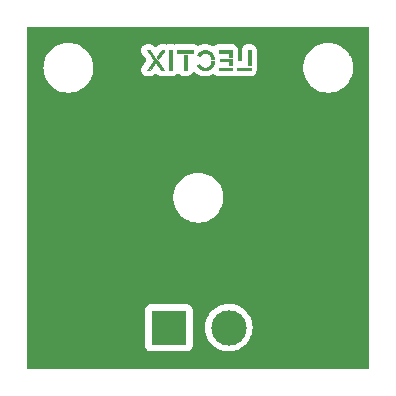
<source format=gbl>
G04 #@! TF.GenerationSoftware,KiCad,Pcbnew,6.0.9-8da3e8f707~116~ubuntu20.04.1*
G04 #@! TF.CreationDate,2023-03-26T14:22:57+00:00*
G04 #@! TF.ProjectId,LEC001021,4c454330-3031-4303-9231-2e6b69636164,rev?*
G04 #@! TF.SameCoordinates,Original*
G04 #@! TF.FileFunction,Copper,L2,Bot*
G04 #@! TF.FilePolarity,Positive*
%FSLAX46Y46*%
G04 Gerber Fmt 4.6, Leading zero omitted, Abs format (unit mm)*
G04 Created by KiCad (PCBNEW 6.0.9-8da3e8f707~116~ubuntu20.04.1) date 2023-03-26 14:22:57*
%MOMM*%
%LPD*%
G01*
G04 APERTURE LIST*
G04 #@! TA.AperFunction,EtchedComponent*
%ADD10C,0.010000*%
G04 #@! TD*
G04 #@! TA.AperFunction,ComponentPad*
%ADD11R,3.000000X3.000000*%
G04 #@! TD*
G04 #@! TA.AperFunction,ComponentPad*
%ADD12C,3.000000*%
G04 #@! TD*
G04 APERTURE END LIST*
G04 #@! TO.C,LOGO1*
G36*
X14009380Y-4195820D02*
G01*
X13788400Y-4195820D01*
X13788400Y-2913120D01*
X14009380Y-2913120D01*
X14009380Y-4195820D01*
G37*
D10*
X14009380Y-4195820D02*
X13788400Y-4195820D01*
X13788400Y-2913120D01*
X14009380Y-2913120D01*
X14009380Y-4195820D01*
G36*
X15582175Y-2520875D02*
G01*
X15606456Y-2521399D01*
X15629218Y-2522339D01*
X15649281Y-2523688D01*
X15665460Y-2525434D01*
X15680795Y-2527716D01*
X15738211Y-2538763D01*
X15792923Y-2553465D01*
X15845800Y-2572046D01*
X15878684Y-2585936D01*
X15932339Y-2612820D01*
X15983267Y-2643709D01*
X16031292Y-2678355D01*
X16076238Y-2716510D01*
X16117927Y-2757923D01*
X16156184Y-2802349D01*
X16190832Y-2849537D01*
X16221694Y-2899239D01*
X16248595Y-2951206D01*
X16271357Y-3005192D01*
X16289804Y-3060945D01*
X16303761Y-3118219D01*
X16313049Y-3176765D01*
X16317493Y-3236335D01*
X16318969Y-3281420D01*
X16097972Y-3281420D01*
X16096568Y-3240145D01*
X16094072Y-3202105D01*
X16087444Y-3156052D01*
X16076801Y-3111621D01*
X16066760Y-3080492D01*
X16047352Y-3033413D01*
X16023748Y-2988864D01*
X15996186Y-2947062D01*
X15964910Y-2908223D01*
X15930159Y-2872566D01*
X15892174Y-2840308D01*
X15851196Y-2811666D01*
X15807466Y-2786857D01*
X15761225Y-2766099D01*
X15712714Y-2749608D01*
X15662174Y-2737603D01*
X15651221Y-2735804D01*
X15628443Y-2733214D01*
X15602955Y-2731480D01*
X15576240Y-2730637D01*
X15549779Y-2730722D01*
X15525054Y-2731768D01*
X15503548Y-2733813D01*
X15463203Y-2740740D01*
X15413792Y-2753690D01*
X15365804Y-2771226D01*
X15319753Y-2793127D01*
X15276154Y-2819172D01*
X15235520Y-2849140D01*
X15223644Y-2859254D01*
X15198472Y-2883197D01*
X15173771Y-2909852D01*
X15150573Y-2938002D01*
X15129911Y-2966428D01*
X15112816Y-2993914D01*
X15109695Y-2999339D01*
X15104095Y-3008095D01*
X15100032Y-3012718D01*
X15097206Y-3013584D01*
X15096412Y-3013174D01*
X15091822Y-3010407D01*
X15083835Y-3005390D01*
X15073000Y-2998482D01*
X15059862Y-2990039D01*
X15044971Y-2980419D01*
X15028873Y-2969979D01*
X15012117Y-2959075D01*
X14995250Y-2948066D01*
X14978819Y-2937308D01*
X14963373Y-2927159D01*
X14949459Y-2917976D01*
X14937624Y-2910116D01*
X14928416Y-2903936D01*
X14922384Y-2899794D01*
X14920073Y-2898046D01*
X14920067Y-2898034D01*
X14920968Y-2895284D01*
X14924127Y-2889176D01*
X14929050Y-2880604D01*
X14935247Y-2870462D01*
X14936525Y-2868433D01*
X14971383Y-2817944D01*
X15009889Y-2770884D01*
X15051829Y-2727388D01*
X15096988Y-2687592D01*
X15145150Y-2651632D01*
X15196099Y-2619642D01*
X15249620Y-2591760D01*
X15305498Y-2568120D01*
X15363518Y-2548858D01*
X15423464Y-2534111D01*
X15485120Y-2524013D01*
X15493524Y-2523135D01*
X15512051Y-2521898D01*
X15533791Y-2521115D01*
X15557559Y-2520777D01*
X15582175Y-2520875D01*
G37*
X15582175Y-2520875D02*
X15606456Y-2521399D01*
X15629218Y-2522339D01*
X15649281Y-2523688D01*
X15665460Y-2525434D01*
X15680795Y-2527716D01*
X15738211Y-2538763D01*
X15792923Y-2553465D01*
X15845800Y-2572046D01*
X15878684Y-2585936D01*
X15932339Y-2612820D01*
X15983267Y-2643709D01*
X16031292Y-2678355D01*
X16076238Y-2716510D01*
X16117927Y-2757923D01*
X16156184Y-2802349D01*
X16190832Y-2849537D01*
X16221694Y-2899239D01*
X16248595Y-2951206D01*
X16271357Y-3005192D01*
X16289804Y-3060945D01*
X16303761Y-3118219D01*
X16313049Y-3176765D01*
X16317493Y-3236335D01*
X16318969Y-3281420D01*
X16097972Y-3281420D01*
X16096568Y-3240145D01*
X16094072Y-3202105D01*
X16087444Y-3156052D01*
X16076801Y-3111621D01*
X16066760Y-3080492D01*
X16047352Y-3033413D01*
X16023748Y-2988864D01*
X15996186Y-2947062D01*
X15964910Y-2908223D01*
X15930159Y-2872566D01*
X15892174Y-2840308D01*
X15851196Y-2811666D01*
X15807466Y-2786857D01*
X15761225Y-2766099D01*
X15712714Y-2749608D01*
X15662174Y-2737603D01*
X15651221Y-2735804D01*
X15628443Y-2733214D01*
X15602955Y-2731480D01*
X15576240Y-2730637D01*
X15549779Y-2730722D01*
X15525054Y-2731768D01*
X15503548Y-2733813D01*
X15463203Y-2740740D01*
X15413792Y-2753690D01*
X15365804Y-2771226D01*
X15319753Y-2793127D01*
X15276154Y-2819172D01*
X15235520Y-2849140D01*
X15223644Y-2859254D01*
X15198472Y-2883197D01*
X15173771Y-2909852D01*
X15150573Y-2938002D01*
X15129911Y-2966428D01*
X15112816Y-2993914D01*
X15109695Y-2999339D01*
X15104095Y-3008095D01*
X15100032Y-3012718D01*
X15097206Y-3013584D01*
X15096412Y-3013174D01*
X15091822Y-3010407D01*
X15083835Y-3005390D01*
X15073000Y-2998482D01*
X15059862Y-2990039D01*
X15044971Y-2980419D01*
X15028873Y-2969979D01*
X15012117Y-2959075D01*
X14995250Y-2948066D01*
X14978819Y-2937308D01*
X14963373Y-2927159D01*
X14949459Y-2917976D01*
X14937624Y-2910116D01*
X14928416Y-2903936D01*
X14922384Y-2899794D01*
X14920073Y-2898046D01*
X14920067Y-2898034D01*
X14920968Y-2895284D01*
X14924127Y-2889176D01*
X14929050Y-2880604D01*
X14935247Y-2870462D01*
X14936525Y-2868433D01*
X14971383Y-2817944D01*
X15009889Y-2770884D01*
X15051829Y-2727388D01*
X15096988Y-2687592D01*
X15145150Y-2651632D01*
X15196099Y-2619642D01*
X15249620Y-2591760D01*
X15305498Y-2568120D01*
X15363518Y-2548858D01*
X15423464Y-2534111D01*
X15485120Y-2524013D01*
X15493524Y-2523135D01*
X15512051Y-2521898D01*
X15533791Y-2521115D01*
X15557559Y-2520777D01*
X15582175Y-2520875D01*
G36*
X12762240Y-4195820D02*
G01*
X12541260Y-4195820D01*
X12541260Y-2524500D01*
X12762240Y-2524500D01*
X12762240Y-4195820D01*
G37*
X12762240Y-4195820D02*
X12541260Y-4195820D01*
X12541260Y-2524500D01*
X12762240Y-2524500D01*
X12762240Y-4195820D01*
G36*
X17819380Y-4203440D02*
G01*
X16727180Y-4203440D01*
X16727180Y-3979920D01*
X17819380Y-3979920D01*
X17819380Y-4203440D01*
G37*
X17819380Y-4203440D02*
X16727180Y-4203440D01*
X16727180Y-3979920D01*
X17819380Y-3979920D01*
X17819380Y-4203440D01*
G36*
X17821920Y-3802120D02*
G01*
X17600940Y-3802120D01*
X17600940Y-3459220D01*
X16841480Y-3459220D01*
X16841480Y-3235700D01*
X17821920Y-3235700D01*
X17821920Y-3802120D01*
G37*
X17821920Y-3802120D02*
X17600940Y-3802120D01*
X17600940Y-3459220D01*
X16841480Y-3459220D01*
X16841480Y-3235700D01*
X17821920Y-3235700D01*
X17821920Y-3802120D01*
G36*
X19419580Y-4203440D02*
G01*
X18271500Y-4203440D01*
X18271500Y-3979920D01*
X19419580Y-3979920D01*
X19419580Y-4203440D01*
G37*
X19419580Y-4203440D02*
X18271500Y-4203440D01*
X18271500Y-3979920D01*
X19419580Y-3979920D01*
X19419580Y-4203440D01*
G36*
X17824460Y-3050280D02*
G01*
X17600940Y-3050280D01*
X17600940Y-2737860D01*
X16727180Y-2737860D01*
X16727180Y-2516880D01*
X17824460Y-2516880D01*
X17824460Y-3050280D01*
G37*
X17824460Y-3050280D02*
X17600940Y-3050280D01*
X17600940Y-2737860D01*
X16727180Y-2737860D01*
X16727180Y-2516880D01*
X17824460Y-2516880D01*
X17824460Y-3050280D01*
G36*
X14578340Y-2745480D02*
G01*
X13209280Y-2745480D01*
X13209280Y-2524500D01*
X14578340Y-2524500D01*
X14578340Y-2745480D01*
G37*
X14578340Y-2745480D02*
X13209280Y-2745480D01*
X13209280Y-2524500D01*
X14578340Y-2524500D01*
X14578340Y-2745480D01*
G36*
X10829788Y-2530039D02*
G01*
X10846503Y-2530171D01*
X10859496Y-2530418D01*
X10869140Y-2530789D01*
X10875807Y-2531292D01*
X10879871Y-2531936D01*
X10881706Y-2532728D01*
X10881955Y-2533044D01*
X10884660Y-2536667D01*
X10890229Y-2544205D01*
X10898563Y-2555522D01*
X10909559Y-2570481D01*
X10923118Y-2588943D01*
X10939140Y-2610772D01*
X10957523Y-2635831D01*
X10978168Y-2663981D01*
X11000973Y-2695087D01*
X11025838Y-2729011D01*
X11052662Y-2765614D01*
X11081345Y-2804761D01*
X11111786Y-2846314D01*
X11143885Y-2890136D01*
X11177541Y-2936089D01*
X11212653Y-2984036D01*
X11249122Y-3033839D01*
X11286846Y-3085363D01*
X11325724Y-3138469D01*
X11365657Y-3193019D01*
X11406543Y-3248878D01*
X11448283Y-3305907D01*
X11490775Y-3363970D01*
X12096733Y-4192010D01*
X11984352Y-4192672D01*
X11967581Y-4192759D01*
X11945167Y-4192839D01*
X11924673Y-4192870D01*
X11906625Y-4192853D01*
X11891550Y-4192789D01*
X11879975Y-4192680D01*
X11872426Y-4192529D01*
X11869430Y-4192335D01*
X11868338Y-4191051D01*
X11864387Y-4185916D01*
X11857724Y-4177061D01*
X11848507Y-4164704D01*
X11836898Y-4149061D01*
X11823054Y-4130350D01*
X11807137Y-4108787D01*
X11789307Y-4084589D01*
X11769721Y-4057973D01*
X11748542Y-4029156D01*
X11725928Y-3998355D01*
X11702039Y-3965786D01*
X11677035Y-3931667D01*
X11651075Y-3896214D01*
X11624320Y-3859644D01*
X11603523Y-3831211D01*
X11577400Y-3795518D01*
X11552211Y-3761119D01*
X11528113Y-3728231D01*
X11505266Y-3697070D01*
X11483827Y-3667851D01*
X11463956Y-3640791D01*
X11445812Y-3616106D01*
X11429553Y-3594010D01*
X11415339Y-3574722D01*
X11403326Y-3558455D01*
X11393676Y-3545427D01*
X11386545Y-3535854D01*
X11382094Y-3529950D01*
X11380480Y-3527933D01*
X11379444Y-3529211D01*
X11375594Y-3534347D01*
X11369052Y-3543215D01*
X11359977Y-3555596D01*
X11348525Y-3571274D01*
X11334853Y-3590034D01*
X11319120Y-3611658D01*
X11301483Y-3635929D01*
X11282098Y-3662632D01*
X11261124Y-3691550D01*
X11238717Y-3722466D01*
X11215035Y-3755163D01*
X11190235Y-3789426D01*
X11164474Y-3825037D01*
X11137910Y-3861780D01*
X10896610Y-4195649D01*
X10782734Y-4195734D01*
X10753804Y-4195703D01*
X10728600Y-4195563D01*
X10707651Y-4195317D01*
X10691122Y-4194969D01*
X10679178Y-4194522D01*
X10671984Y-4193981D01*
X10669704Y-4193347D01*
X10669967Y-4192932D01*
X10672654Y-4189091D01*
X10678122Y-4181411D01*
X10686230Y-4170086D01*
X10696836Y-4155315D01*
X10709798Y-4137293D01*
X10724975Y-4116218D01*
X10742225Y-4092285D01*
X10761405Y-4065692D01*
X10782374Y-4036635D01*
X10804990Y-4005310D01*
X10829111Y-3971916D01*
X10854595Y-3936647D01*
X10881301Y-3899701D01*
X10909087Y-3861274D01*
X10937810Y-3821564D01*
X10967329Y-3780766D01*
X10979175Y-3764395D01*
X11008378Y-3724025D01*
X11036721Y-3684829D01*
X11064062Y-3647003D01*
X11090261Y-3610742D01*
X11115175Y-3576243D01*
X11138663Y-3543701D01*
X11160584Y-3513314D01*
X11180798Y-3485275D01*
X11199162Y-3459783D01*
X11215535Y-3437032D01*
X11229776Y-3417220D01*
X11241744Y-3400541D01*
X11251297Y-3387192D01*
X11258293Y-3377370D01*
X11262593Y-3371269D01*
X11264054Y-3369087D01*
X11263526Y-3368277D01*
X11260326Y-3363760D01*
X11254349Y-3355452D01*
X11245735Y-3343546D01*
X11234626Y-3328236D01*
X11221161Y-3309713D01*
X11205482Y-3288172D01*
X11187729Y-3263806D01*
X11168043Y-3236806D01*
X11146564Y-3207366D01*
X11123434Y-3175680D01*
X11098794Y-3141940D01*
X11072783Y-3106338D01*
X11045542Y-3069069D01*
X11017213Y-3030325D01*
X10987936Y-2990298D01*
X10957852Y-2949183D01*
X10651704Y-2530850D01*
X10765150Y-2530188D01*
X10783696Y-2530092D01*
X10808976Y-2530016D01*
X10829788Y-2530039D01*
G37*
X10829788Y-2530039D02*
X10846503Y-2530171D01*
X10859496Y-2530418D01*
X10869140Y-2530789D01*
X10875807Y-2531292D01*
X10879871Y-2531936D01*
X10881706Y-2532728D01*
X10881955Y-2533044D01*
X10884660Y-2536667D01*
X10890229Y-2544205D01*
X10898563Y-2555522D01*
X10909559Y-2570481D01*
X10923118Y-2588943D01*
X10939140Y-2610772D01*
X10957523Y-2635831D01*
X10978168Y-2663981D01*
X11000973Y-2695087D01*
X11025838Y-2729011D01*
X11052662Y-2765614D01*
X11081345Y-2804761D01*
X11111786Y-2846314D01*
X11143885Y-2890136D01*
X11177541Y-2936089D01*
X11212653Y-2984036D01*
X11249122Y-3033839D01*
X11286846Y-3085363D01*
X11325724Y-3138469D01*
X11365657Y-3193019D01*
X11406543Y-3248878D01*
X11448283Y-3305907D01*
X11490775Y-3363970D01*
X12096733Y-4192010D01*
X11984352Y-4192672D01*
X11967581Y-4192759D01*
X11945167Y-4192839D01*
X11924673Y-4192870D01*
X11906625Y-4192853D01*
X11891550Y-4192789D01*
X11879975Y-4192680D01*
X11872426Y-4192529D01*
X11869430Y-4192335D01*
X11868338Y-4191051D01*
X11864387Y-4185916D01*
X11857724Y-4177061D01*
X11848507Y-4164704D01*
X11836898Y-4149061D01*
X11823054Y-4130350D01*
X11807137Y-4108787D01*
X11789307Y-4084589D01*
X11769721Y-4057973D01*
X11748542Y-4029156D01*
X11725928Y-3998355D01*
X11702039Y-3965786D01*
X11677035Y-3931667D01*
X11651075Y-3896214D01*
X11624320Y-3859644D01*
X11603523Y-3831211D01*
X11577400Y-3795518D01*
X11552211Y-3761119D01*
X11528113Y-3728231D01*
X11505266Y-3697070D01*
X11483827Y-3667851D01*
X11463956Y-3640791D01*
X11445812Y-3616106D01*
X11429553Y-3594010D01*
X11415339Y-3574722D01*
X11403326Y-3558455D01*
X11393676Y-3545427D01*
X11386545Y-3535854D01*
X11382094Y-3529950D01*
X11380480Y-3527933D01*
X11379444Y-3529211D01*
X11375594Y-3534347D01*
X11369052Y-3543215D01*
X11359977Y-3555596D01*
X11348525Y-3571274D01*
X11334853Y-3590034D01*
X11319120Y-3611658D01*
X11301483Y-3635929D01*
X11282098Y-3662632D01*
X11261124Y-3691550D01*
X11238717Y-3722466D01*
X11215035Y-3755163D01*
X11190235Y-3789426D01*
X11164474Y-3825037D01*
X11137910Y-3861780D01*
X10896610Y-4195649D01*
X10782734Y-4195734D01*
X10753804Y-4195703D01*
X10728600Y-4195563D01*
X10707651Y-4195317D01*
X10691122Y-4194969D01*
X10679178Y-4194522D01*
X10671984Y-4193981D01*
X10669704Y-4193347D01*
X10669967Y-4192932D01*
X10672654Y-4189091D01*
X10678122Y-4181411D01*
X10686230Y-4170086D01*
X10696836Y-4155315D01*
X10709798Y-4137293D01*
X10724975Y-4116218D01*
X10742225Y-4092285D01*
X10761405Y-4065692D01*
X10782374Y-4036635D01*
X10804990Y-4005310D01*
X10829111Y-3971916D01*
X10854595Y-3936647D01*
X10881301Y-3899701D01*
X10909087Y-3861274D01*
X10937810Y-3821564D01*
X10967329Y-3780766D01*
X10979175Y-3764395D01*
X11008378Y-3724025D01*
X11036721Y-3684829D01*
X11064062Y-3647003D01*
X11090261Y-3610742D01*
X11115175Y-3576243D01*
X11138663Y-3543701D01*
X11160584Y-3513314D01*
X11180798Y-3485275D01*
X11199162Y-3459783D01*
X11215535Y-3437032D01*
X11229776Y-3417220D01*
X11241744Y-3400541D01*
X11251297Y-3387192D01*
X11258293Y-3377370D01*
X11262593Y-3371269D01*
X11264054Y-3369087D01*
X11263526Y-3368277D01*
X11260326Y-3363760D01*
X11254349Y-3355452D01*
X11245735Y-3343546D01*
X11234626Y-3328236D01*
X11221161Y-3309713D01*
X11205482Y-3288172D01*
X11187729Y-3263806D01*
X11168043Y-3236806D01*
X11146564Y-3207366D01*
X11123434Y-3175680D01*
X11098794Y-3141940D01*
X11072783Y-3106338D01*
X11045542Y-3069069D01*
X11017213Y-3030325D01*
X10987936Y-2990298D01*
X10957852Y-2949183D01*
X10651704Y-2530850D01*
X10765150Y-2530188D01*
X10783696Y-2530092D01*
X10808976Y-2530016D01*
X10829788Y-2530039D01*
G36*
X19419580Y-3802120D02*
G01*
X19198600Y-3802120D01*
X19198600Y-2527040D01*
X19419580Y-2527040D01*
X19419580Y-3802120D01*
G37*
X19419580Y-3802120D02*
X19198600Y-3802120D01*
X19198600Y-2527040D01*
X19419580Y-2527040D01*
X19419580Y-3802120D01*
G36*
X12030475Y-2524500D02*
G01*
X12054651Y-2524514D01*
X12074427Y-2524559D01*
X12090228Y-2524655D01*
X12102478Y-2524823D01*
X12111601Y-2525081D01*
X12118019Y-2525449D01*
X12122156Y-2525947D01*
X12124437Y-2526595D01*
X12125285Y-2527412D01*
X12125123Y-2528417D01*
X12124375Y-2529630D01*
X12124149Y-2529952D01*
X12121486Y-2533654D01*
X12116036Y-2541192D01*
X12107953Y-2552354D01*
X12097392Y-2566927D01*
X12084507Y-2584699D01*
X12069452Y-2605456D01*
X12052382Y-2628985D01*
X12033451Y-2655075D01*
X12012814Y-2683511D01*
X11990626Y-2714081D01*
X11967040Y-2746572D01*
X11942211Y-2780772D01*
X11916293Y-2816468D01*
X11889442Y-2853445D01*
X11861810Y-2891493D01*
X11853404Y-2903067D01*
X11826032Y-2940724D01*
X11799494Y-2977196D01*
X11773944Y-3012272D01*
X11749535Y-3045743D01*
X11726421Y-3077402D01*
X11704753Y-3107037D01*
X11684687Y-3134442D01*
X11666375Y-3159405D01*
X11649971Y-3181719D01*
X11635627Y-3201174D01*
X11623498Y-3217561D01*
X11613736Y-3230671D01*
X11606496Y-3240295D01*
X11601929Y-3246223D01*
X11600190Y-3248247D01*
X11599073Y-3247375D01*
X11595221Y-3242955D01*
X11589128Y-3235298D01*
X11581199Y-3224962D01*
X11571838Y-3212504D01*
X11561449Y-3198483D01*
X11550438Y-3183457D01*
X11539207Y-3167984D01*
X11528162Y-3152622D01*
X11517707Y-3137928D01*
X11508245Y-3124461D01*
X11500183Y-3112779D01*
X11493923Y-3103439D01*
X11489871Y-3097001D01*
X11488430Y-3094021D01*
X11488979Y-3092942D01*
X11492186Y-3088009D01*
X11498111Y-3079356D01*
X11506582Y-3067223D01*
X11517429Y-3051848D01*
X11530480Y-3033470D01*
X11545565Y-3012329D01*
X11562513Y-2988663D01*
X11581152Y-2962711D01*
X11601311Y-2934714D01*
X11622820Y-2904909D01*
X11645507Y-2873537D01*
X11669201Y-2840835D01*
X11693731Y-2807044D01*
X11899032Y-2524500D01*
X12013446Y-2524499D01*
X12030475Y-2524500D01*
G37*
X12030475Y-2524500D02*
X12054651Y-2524514D01*
X12074427Y-2524559D01*
X12090228Y-2524655D01*
X12102478Y-2524823D01*
X12111601Y-2525081D01*
X12118019Y-2525449D01*
X12122156Y-2525947D01*
X12124437Y-2526595D01*
X12125285Y-2527412D01*
X12125123Y-2528417D01*
X12124375Y-2529630D01*
X12124149Y-2529952D01*
X12121486Y-2533654D01*
X12116036Y-2541192D01*
X12107953Y-2552354D01*
X12097392Y-2566927D01*
X12084507Y-2584699D01*
X12069452Y-2605456D01*
X12052382Y-2628985D01*
X12033451Y-2655075D01*
X12012814Y-2683511D01*
X11990626Y-2714081D01*
X11967040Y-2746572D01*
X11942211Y-2780772D01*
X11916293Y-2816468D01*
X11889442Y-2853445D01*
X11861810Y-2891493D01*
X11853404Y-2903067D01*
X11826032Y-2940724D01*
X11799494Y-2977196D01*
X11773944Y-3012272D01*
X11749535Y-3045743D01*
X11726421Y-3077402D01*
X11704753Y-3107037D01*
X11684687Y-3134442D01*
X11666375Y-3159405D01*
X11649971Y-3181719D01*
X11635627Y-3201174D01*
X11623498Y-3217561D01*
X11613736Y-3230671D01*
X11606496Y-3240295D01*
X11601929Y-3246223D01*
X11600190Y-3248247D01*
X11599073Y-3247375D01*
X11595221Y-3242955D01*
X11589128Y-3235298D01*
X11581199Y-3224962D01*
X11571838Y-3212504D01*
X11561449Y-3198483D01*
X11550438Y-3183457D01*
X11539207Y-3167984D01*
X11528162Y-3152622D01*
X11517707Y-3137928D01*
X11508245Y-3124461D01*
X11500183Y-3112779D01*
X11493923Y-3103439D01*
X11489871Y-3097001D01*
X11488430Y-3094021D01*
X11488979Y-3092942D01*
X11492186Y-3088009D01*
X11498111Y-3079356D01*
X11506582Y-3067223D01*
X11517429Y-3051848D01*
X11530480Y-3033470D01*
X11545565Y-3012329D01*
X11562513Y-2988663D01*
X11581152Y-2962711D01*
X11601311Y-2934714D01*
X11622820Y-2904909D01*
X11645507Y-2873537D01*
X11669201Y-2840835D01*
X11693731Y-2807044D01*
X11899032Y-2524500D01*
X12013446Y-2524499D01*
X12030475Y-2524500D01*
G36*
X16230759Y-3451620D02*
G01*
X16252909Y-3451717D01*
X16273059Y-3451886D01*
X16290696Y-3452119D01*
X16305308Y-3452405D01*
X16316379Y-3452738D01*
X16323398Y-3453107D01*
X16325850Y-3453505D01*
X16325562Y-3460470D01*
X16324815Y-3471334D01*
X16323719Y-3484885D01*
X16322382Y-3499937D01*
X16320913Y-3515307D01*
X16319423Y-3529810D01*
X16318020Y-3542261D01*
X16316813Y-3551477D01*
X16308629Y-3597129D01*
X16293426Y-3657274D01*
X16273518Y-3715618D01*
X16248986Y-3771994D01*
X16219914Y-3826236D01*
X16186384Y-3878179D01*
X16148480Y-3927656D01*
X16106282Y-3974501D01*
X16091073Y-3989790D01*
X16066058Y-4013317D01*
X16040956Y-4034653D01*
X16014202Y-4055098D01*
X15984230Y-4075955D01*
X15975981Y-4081401D01*
X15925203Y-4111731D01*
X15872206Y-4138188D01*
X15817599Y-4160545D01*
X15761993Y-4178574D01*
X15705997Y-4192047D01*
X15650220Y-4200735D01*
X15644862Y-4201341D01*
X15633690Y-4202630D01*
X15624358Y-4203741D01*
X15618470Y-4204485D01*
X15614897Y-4204704D01*
X15606633Y-4204880D01*
X15594719Y-4204966D01*
X15579929Y-4204960D01*
X15563035Y-4204860D01*
X15544810Y-4204665D01*
X15520714Y-4204226D01*
X15497056Y-4203419D01*
X15476279Y-4202177D01*
X15457214Y-4200387D01*
X15438693Y-4197937D01*
X15419549Y-4194715D01*
X15398614Y-4190608D01*
X15345078Y-4177513D01*
X15286683Y-4158386D01*
X15230214Y-4134719D01*
X15175929Y-4106690D01*
X15124085Y-4074473D01*
X15074939Y-4038245D01*
X15028747Y-3998181D01*
X14985767Y-3954456D01*
X14946255Y-3907247D01*
X14910468Y-3856730D01*
X14907037Y-3851432D01*
X14897839Y-3837022D01*
X14891171Y-3826130D01*
X14886764Y-3818246D01*
X14884350Y-3812864D01*
X14883658Y-3809476D01*
X14884421Y-3807574D01*
X14884716Y-3807360D01*
X14888481Y-3805212D01*
X14896008Y-3801170D01*
X14906746Y-3795515D01*
X14920143Y-3788530D01*
X14935647Y-3780496D01*
X14952708Y-3771697D01*
X14970773Y-3762414D01*
X14989291Y-3752930D01*
X15007712Y-3743526D01*
X15025482Y-3734484D01*
X15042050Y-3726087D01*
X15056866Y-3718617D01*
X15069378Y-3712356D01*
X15079034Y-3707586D01*
X15085282Y-3704589D01*
X15087572Y-3703648D01*
X15087581Y-3703660D01*
X15089023Y-3706162D01*
X15092236Y-3711866D01*
X15096541Y-3719570D01*
X15107107Y-3737642D01*
X15135479Y-3779189D01*
X15167725Y-3817757D01*
X15203523Y-3853119D01*
X15242553Y-3885050D01*
X15284494Y-3913326D01*
X15329027Y-3937722D01*
X15375829Y-3958011D01*
X15424580Y-3973968D01*
X15474960Y-3985369D01*
X15494525Y-3988161D01*
X15518784Y-3990393D01*
X15544830Y-3991784D01*
X15570988Y-3992277D01*
X15595583Y-3991812D01*
X15616939Y-3990331D01*
X15618267Y-3990191D01*
X15667946Y-3982466D01*
X15717001Y-3970147D01*
X15764786Y-3953491D01*
X15810655Y-3932754D01*
X15853962Y-3908193D01*
X15894060Y-3880066D01*
X15900140Y-3875258D01*
X15938352Y-3841476D01*
X15973067Y-3804432D01*
X16004087Y-3764500D01*
X16031216Y-3722055D01*
X16054257Y-3677472D01*
X16073012Y-3631126D01*
X16087286Y-3583391D01*
X16096880Y-3534642D01*
X16101598Y-3485255D01*
X16103101Y-3451600D01*
X16214481Y-3451600D01*
X16230759Y-3451620D01*
G37*
X16230759Y-3451620D02*
X16252909Y-3451717D01*
X16273059Y-3451886D01*
X16290696Y-3452119D01*
X16305308Y-3452405D01*
X16316379Y-3452738D01*
X16323398Y-3453107D01*
X16325850Y-3453505D01*
X16325562Y-3460470D01*
X16324815Y-3471334D01*
X16323719Y-3484885D01*
X16322382Y-3499937D01*
X16320913Y-3515307D01*
X16319423Y-3529810D01*
X16318020Y-3542261D01*
X16316813Y-3551477D01*
X16308629Y-3597129D01*
X16293426Y-3657274D01*
X16273518Y-3715618D01*
X16248986Y-3771994D01*
X16219914Y-3826236D01*
X16186384Y-3878179D01*
X16148480Y-3927656D01*
X16106282Y-3974501D01*
X16091073Y-3989790D01*
X16066058Y-4013317D01*
X16040956Y-4034653D01*
X16014202Y-4055098D01*
X15984230Y-4075955D01*
X15975981Y-4081401D01*
X15925203Y-4111731D01*
X15872206Y-4138188D01*
X15817599Y-4160545D01*
X15761993Y-4178574D01*
X15705997Y-4192047D01*
X15650220Y-4200735D01*
X15644862Y-4201341D01*
X15633690Y-4202630D01*
X15624358Y-4203741D01*
X15618470Y-4204485D01*
X15614897Y-4204704D01*
X15606633Y-4204880D01*
X15594719Y-4204966D01*
X15579929Y-4204960D01*
X15563035Y-4204860D01*
X15544810Y-4204665D01*
X15520714Y-4204226D01*
X15497056Y-4203419D01*
X15476279Y-4202177D01*
X15457214Y-4200387D01*
X15438693Y-4197937D01*
X15419549Y-4194715D01*
X15398614Y-4190608D01*
X15345078Y-4177513D01*
X15286683Y-4158386D01*
X15230214Y-4134719D01*
X15175929Y-4106690D01*
X15124085Y-4074473D01*
X15074939Y-4038245D01*
X15028747Y-3998181D01*
X14985767Y-3954456D01*
X14946255Y-3907247D01*
X14910468Y-3856730D01*
X14907037Y-3851432D01*
X14897839Y-3837022D01*
X14891171Y-3826130D01*
X14886764Y-3818246D01*
X14884350Y-3812864D01*
X14883658Y-3809476D01*
X14884421Y-3807574D01*
X14884716Y-3807360D01*
X14888481Y-3805212D01*
X14896008Y-3801170D01*
X14906746Y-3795515D01*
X14920143Y-3788530D01*
X14935647Y-3780496D01*
X14952708Y-3771697D01*
X14970773Y-3762414D01*
X14989291Y-3752930D01*
X15007712Y-3743526D01*
X15025482Y-3734484D01*
X15042050Y-3726087D01*
X15056866Y-3718617D01*
X15069378Y-3712356D01*
X15079034Y-3707586D01*
X15085282Y-3704589D01*
X15087572Y-3703648D01*
X15087581Y-3703660D01*
X15089023Y-3706162D01*
X15092236Y-3711866D01*
X15096541Y-3719570D01*
X15107107Y-3737642D01*
X15135479Y-3779189D01*
X15167725Y-3817757D01*
X15203523Y-3853119D01*
X15242553Y-3885050D01*
X15284494Y-3913326D01*
X15329027Y-3937722D01*
X15375829Y-3958011D01*
X15424580Y-3973968D01*
X15474960Y-3985369D01*
X15494525Y-3988161D01*
X15518784Y-3990393D01*
X15544830Y-3991784D01*
X15570988Y-3992277D01*
X15595583Y-3991812D01*
X15616939Y-3990331D01*
X15618267Y-3990191D01*
X15667946Y-3982466D01*
X15717001Y-3970147D01*
X15764786Y-3953491D01*
X15810655Y-3932754D01*
X15853962Y-3908193D01*
X15894060Y-3880066D01*
X15900140Y-3875258D01*
X15938352Y-3841476D01*
X15973067Y-3804432D01*
X16004087Y-3764500D01*
X16031216Y-3722055D01*
X16054257Y-3677472D01*
X16073012Y-3631126D01*
X16087286Y-3583391D01*
X16096880Y-3534642D01*
X16101598Y-3485255D01*
X16103101Y-3451600D01*
X16214481Y-3451600D01*
X16230759Y-3451620D01*
G04 #@! TD*
D11*
G04 #@! TO.P,J1,1,Pin_1*
G04 #@! TO.N,Net-(D1-Pad1)*
X12500000Y-26000000D03*
D12*
G04 #@! TO.P,J1,2,Pin_2*
G04 #@! TO.N,Net-(D3-Pad1)*
X17580000Y-26000000D03*
G04 #@! TD*
G04 #@! TA.AperFunction,NonConductor*
G36*
X29434121Y-528002D02*
G01*
X29480614Y-581658D01*
X29492000Y-634000D01*
X29492000Y-29366000D01*
X29471998Y-29434121D01*
X29418342Y-29480614D01*
X29366000Y-29492000D01*
X634000Y-29492000D01*
X565879Y-29471998D01*
X519386Y-29418342D01*
X508000Y-29366000D01*
X508000Y-27548134D01*
X10491500Y-27548134D01*
X10498255Y-27610316D01*
X10549385Y-27746705D01*
X10636739Y-27863261D01*
X10753295Y-27950615D01*
X10889684Y-28001745D01*
X10951866Y-28008500D01*
X14048134Y-28008500D01*
X14110316Y-28001745D01*
X14246705Y-27950615D01*
X14363261Y-27863261D01*
X14450615Y-27746705D01*
X14501745Y-27610316D01*
X14508500Y-27548134D01*
X14508500Y-25978918D01*
X15566917Y-25978918D01*
X15582682Y-26252320D01*
X15583507Y-26256525D01*
X15583508Y-26256533D01*
X15594127Y-26310657D01*
X15635405Y-26521053D01*
X15636792Y-26525103D01*
X15636793Y-26525108D01*
X15657605Y-26585895D01*
X15724112Y-26780144D01*
X15847160Y-27024799D01*
X15849586Y-27028328D01*
X15849589Y-27028334D01*
X15999843Y-27246953D01*
X16002274Y-27250490D01*
X16186582Y-27453043D01*
X16396675Y-27628707D01*
X16400316Y-27630991D01*
X16625024Y-27771951D01*
X16625028Y-27771953D01*
X16628664Y-27774234D01*
X16696544Y-27804883D01*
X16874345Y-27885164D01*
X16874349Y-27885166D01*
X16878257Y-27886930D01*
X16882377Y-27888150D01*
X16882376Y-27888150D01*
X17136723Y-27963491D01*
X17136727Y-27963492D01*
X17140836Y-27964709D01*
X17145070Y-27965357D01*
X17145075Y-27965358D01*
X17407298Y-28005483D01*
X17407300Y-28005483D01*
X17411540Y-28006132D01*
X17550912Y-28008322D01*
X17681071Y-28010367D01*
X17681077Y-28010367D01*
X17685362Y-28010434D01*
X17957235Y-27977534D01*
X18222127Y-27908041D01*
X18226087Y-27906401D01*
X18226092Y-27906399D01*
X18348631Y-27855641D01*
X18475136Y-27803241D01*
X18711582Y-27665073D01*
X18927089Y-27496094D01*
X18968809Y-27453043D01*
X19114686Y-27302509D01*
X19117669Y-27299431D01*
X19120202Y-27295983D01*
X19120206Y-27295978D01*
X19277257Y-27082178D01*
X19279795Y-27078723D01*
X19307154Y-27028334D01*
X19408418Y-26841830D01*
X19408419Y-26841828D01*
X19410468Y-26838054D01*
X19507269Y-26581877D01*
X19568407Y-26314933D01*
X19592751Y-26042161D01*
X19593193Y-26000000D01*
X19574567Y-25726778D01*
X19519032Y-25458612D01*
X19427617Y-25200465D01*
X19302013Y-24957112D01*
X19292040Y-24942921D01*
X19147008Y-24736562D01*
X19144545Y-24733057D01*
X18958125Y-24532445D01*
X18954810Y-24529731D01*
X18954806Y-24529728D01*
X18793304Y-24397540D01*
X18746205Y-24358990D01*
X18512704Y-24215901D01*
X18508768Y-24214173D01*
X18265873Y-24107549D01*
X18265869Y-24107548D01*
X18261945Y-24105825D01*
X17998566Y-24030800D01*
X17994324Y-24030196D01*
X17994318Y-24030195D01*
X17789387Y-24001029D01*
X17727443Y-23992213D01*
X17583589Y-23991460D01*
X17457877Y-23990802D01*
X17457871Y-23990802D01*
X17453591Y-23990780D01*
X17449347Y-23991339D01*
X17449343Y-23991339D01*
X17375741Y-24001029D01*
X17182078Y-24026525D01*
X17177938Y-24027658D01*
X17177936Y-24027658D01*
X17110037Y-24046233D01*
X16917928Y-24098788D01*
X16913980Y-24100472D01*
X16669982Y-24204546D01*
X16669978Y-24204548D01*
X16666030Y-24206232D01*
X16646125Y-24218145D01*
X16434725Y-24344664D01*
X16434721Y-24344667D01*
X16431043Y-24346868D01*
X16217318Y-24518094D01*
X16028808Y-24716742D01*
X15869002Y-24939136D01*
X15740857Y-25181161D01*
X15739385Y-25185184D01*
X15739383Y-25185188D01*
X15732314Y-25204506D01*
X15646743Y-25438337D01*
X15588404Y-25705907D01*
X15566917Y-25978918D01*
X14508500Y-25978918D01*
X14508500Y-24451866D01*
X14501745Y-24389684D01*
X14450615Y-24253295D01*
X14363261Y-24136739D01*
X14246705Y-24049385D01*
X14110316Y-23998255D01*
X14048134Y-23991500D01*
X10951866Y-23991500D01*
X10889684Y-23998255D01*
X10753295Y-24049385D01*
X10636739Y-24136739D01*
X10549385Y-24253295D01*
X10498255Y-24389684D01*
X10491500Y-24451866D01*
X10491500Y-27548134D01*
X508000Y-27548134D01*
X508000Y-15132703D01*
X12890743Y-15132703D01*
X12928268Y-15417734D01*
X13004129Y-15695036D01*
X13116923Y-15959476D01*
X13264561Y-16206161D01*
X13444313Y-16430528D01*
X13652851Y-16628423D01*
X13886317Y-16796186D01*
X13890112Y-16798195D01*
X13890113Y-16798196D01*
X13911869Y-16809715D01*
X14140392Y-16930712D01*
X14410373Y-17029511D01*
X14691264Y-17090755D01*
X14719841Y-17093004D01*
X14914282Y-17108307D01*
X14914291Y-17108307D01*
X14916739Y-17108500D01*
X15072271Y-17108500D01*
X15074407Y-17108354D01*
X15074418Y-17108354D01*
X15282548Y-17094165D01*
X15282554Y-17094164D01*
X15286825Y-17093873D01*
X15291020Y-17093004D01*
X15291022Y-17093004D01*
X15427584Y-17064723D01*
X15568342Y-17035574D01*
X15839343Y-16939607D01*
X16094812Y-16807750D01*
X16098313Y-16805289D01*
X16098317Y-16805287D01*
X16212418Y-16725095D01*
X16330023Y-16642441D01*
X16540622Y-16446740D01*
X16722713Y-16224268D01*
X16872927Y-15979142D01*
X16988483Y-15715898D01*
X17067244Y-15439406D01*
X17107751Y-15154784D01*
X17107845Y-15136951D01*
X17109235Y-14871583D01*
X17109235Y-14871576D01*
X17109257Y-14867297D01*
X17071732Y-14582266D01*
X16995871Y-14304964D01*
X16883077Y-14040524D01*
X16735439Y-13793839D01*
X16555687Y-13569472D01*
X16347149Y-13371577D01*
X16113683Y-13203814D01*
X16091843Y-13192250D01*
X16068654Y-13179972D01*
X15859608Y-13069288D01*
X15589627Y-12970489D01*
X15308736Y-12909245D01*
X15277685Y-12906801D01*
X15085718Y-12891693D01*
X15085709Y-12891693D01*
X15083261Y-12891500D01*
X14927729Y-12891500D01*
X14925593Y-12891646D01*
X14925582Y-12891646D01*
X14717452Y-12905835D01*
X14717446Y-12905836D01*
X14713175Y-12906127D01*
X14708980Y-12906996D01*
X14708978Y-12906996D01*
X14572417Y-12935276D01*
X14431658Y-12964426D01*
X14160657Y-13060393D01*
X13905188Y-13192250D01*
X13901687Y-13194711D01*
X13901683Y-13194713D01*
X13891594Y-13201804D01*
X13669977Y-13357559D01*
X13459378Y-13553260D01*
X13277287Y-13775732D01*
X13127073Y-14020858D01*
X13011517Y-14284102D01*
X12932756Y-14560594D01*
X12892249Y-14845216D01*
X12892227Y-14849505D01*
X12892226Y-14849512D01*
X12890765Y-15128417D01*
X12890743Y-15132703D01*
X508000Y-15132703D01*
X508000Y-4132703D01*
X1890743Y-4132703D01*
X1891302Y-4136947D01*
X1891302Y-4136951D01*
X1901187Y-4212033D01*
X1928268Y-4417734D01*
X1929401Y-4421874D01*
X1929401Y-4421876D01*
X1944955Y-4478731D01*
X2004129Y-4695036D01*
X2116923Y-4959476D01*
X2264561Y-5206161D01*
X2444313Y-5430528D01*
X2652851Y-5628423D01*
X2886317Y-5796186D01*
X2890112Y-5798195D01*
X2890113Y-5798196D01*
X2911869Y-5809715D01*
X3140392Y-5930712D01*
X3410373Y-6029511D01*
X3691264Y-6090755D01*
X3719841Y-6093004D01*
X3914282Y-6108307D01*
X3914291Y-6108307D01*
X3916739Y-6108500D01*
X4072271Y-6108500D01*
X4074407Y-6108354D01*
X4074418Y-6108354D01*
X4282548Y-6094165D01*
X4282554Y-6094164D01*
X4286825Y-6093873D01*
X4291020Y-6093004D01*
X4291022Y-6093004D01*
X4427584Y-6064723D01*
X4568342Y-6035574D01*
X4839343Y-5939607D01*
X5094812Y-5807750D01*
X5098313Y-5805289D01*
X5098317Y-5805287D01*
X5212417Y-5725096D01*
X5330023Y-5642441D01*
X5540622Y-5446740D01*
X5722713Y-5224268D01*
X5872927Y-4979142D01*
X5988483Y-4715898D01*
X5990138Y-4710090D01*
X6050171Y-4499342D01*
X6067244Y-4439406D01*
X6104469Y-4177845D01*
X6107146Y-4159036D01*
X6107146Y-4159034D01*
X6107751Y-4154784D01*
X6107845Y-4136951D01*
X6109235Y-3871583D01*
X6109235Y-3871576D01*
X6109257Y-3867297D01*
X6108015Y-3857858D01*
X6087775Y-3704125D01*
X6071732Y-3582266D01*
X5995871Y-3304964D01*
X5973181Y-3251768D01*
X5884763Y-3044476D01*
X5884761Y-3044472D01*
X5883077Y-3040524D01*
X5786994Y-2879981D01*
X5737643Y-2797521D01*
X5737640Y-2797517D01*
X5735439Y-2793839D01*
X5555687Y-2569472D01*
X5542597Y-2557050D01*
X10134092Y-2557050D01*
X10135812Y-2565858D01*
X10135812Y-2565862D01*
X10136312Y-2568422D01*
X10138646Y-2592596D01*
X10138645Y-2595207D01*
X10138646Y-2595211D01*
X10138643Y-2604183D01*
X10151053Y-2646665D01*
X10153770Y-2657839D01*
X10162250Y-2701274D01*
X10166376Y-2709252D01*
X10166377Y-2709254D01*
X10167573Y-2711567D01*
X10176601Y-2734119D01*
X10179848Y-2745234D01*
X10184683Y-2752799D01*
X10184684Y-2752801D01*
X10203678Y-2782520D01*
X10209425Y-2792488D01*
X10211883Y-2797241D01*
X10211889Y-2797251D01*
X10214121Y-2801566D01*
X10216992Y-2805489D01*
X10225442Y-2817036D01*
X10229925Y-2823586D01*
X10250660Y-2856026D01*
X10258985Y-2869051D01*
X10265751Y-2874957D01*
X10271606Y-2881755D01*
X10271287Y-2882030D01*
X10279779Y-2891283D01*
X10539914Y-3246742D01*
X10570272Y-3288230D01*
X10571743Y-3290241D01*
X10571751Y-3290262D01*
X10571755Y-3290259D01*
X10576595Y-3296876D01*
X10600668Y-3363667D01*
X10584809Y-3432870D01*
X10576988Y-3445110D01*
X10571092Y-3453261D01*
X10571083Y-3453274D01*
X10545875Y-3488114D01*
X10545713Y-3488339D01*
X10545565Y-3488527D01*
X10545568Y-3488529D01*
X10523909Y-3518473D01*
X10516817Y-3528275D01*
X10515109Y-3527040D01*
X10515095Y-3527072D01*
X10516794Y-3528300D01*
X10508901Y-3539216D01*
X10500602Y-3550686D01*
X10498787Y-3549373D01*
X10498763Y-3549395D01*
X10500587Y-3550714D01*
X10494541Y-3559075D01*
X10488980Y-3566764D01*
X10488954Y-3566790D01*
X10478555Y-3581177D01*
X10471838Y-3590463D01*
X10469704Y-3588920D01*
X10469686Y-3588937D01*
X10471827Y-3590485D01*
X10465877Y-3598715D01*
X10462225Y-3603767D01*
X10462214Y-3603781D01*
X10462187Y-3603808D01*
X10451850Y-3618114D01*
X10444010Y-3628957D01*
X10442243Y-3627679D01*
X10442215Y-3627705D01*
X10443992Y-3628989D01*
X10439716Y-3634908D01*
X10436677Y-3639111D01*
X10435699Y-3638404D01*
X10435680Y-3638437D01*
X10436650Y-3639138D01*
X10436649Y-3639140D01*
X10426735Y-3652866D01*
X10417260Y-3665974D01*
X10417243Y-3666007D01*
X10414408Y-3669932D01*
X10412513Y-3672555D01*
X10412488Y-3672587D01*
X10412455Y-3672620D01*
X10398286Y-3692245D01*
X10391727Y-3701323D01*
X10390024Y-3700092D01*
X10390009Y-3700105D01*
X10391718Y-3701339D01*
X10391713Y-3701349D01*
X10389839Y-3703946D01*
X10389794Y-3704003D01*
X10389767Y-3704030D01*
X10377973Y-3720373D01*
X10368725Y-3733177D01*
X10367144Y-3732035D01*
X10367134Y-3732055D01*
X10368710Y-3733192D01*
X10368709Y-3733193D01*
X10355475Y-3751542D01*
X10355424Y-3751581D01*
X10355439Y-3751592D01*
X10349460Y-3759873D01*
X10347896Y-3758744D01*
X10347872Y-3758793D01*
X10349424Y-3759911D01*
X10335407Y-3779358D01*
X10332100Y-3783940D01*
X10331059Y-3783189D01*
X10331014Y-3783266D01*
X10332038Y-3784003D01*
X10324166Y-3794934D01*
X10324133Y-3794980D01*
X10324003Y-3795161D01*
X10316821Y-3805135D01*
X10316752Y-3805223D01*
X10316662Y-3805314D01*
X10305976Y-3820172D01*
X10304606Y-3822071D01*
X10302873Y-3820821D01*
X10302840Y-3820850D01*
X10304584Y-3822106D01*
X10303613Y-3823455D01*
X10303563Y-3823519D01*
X10303437Y-3823648D01*
X10294457Y-3836155D01*
X10286751Y-3844687D01*
X10287197Y-3845066D01*
X10281385Y-3851910D01*
X10274665Y-3857858D01*
X10266026Y-3871583D01*
X10246231Y-3903029D01*
X10242054Y-3909247D01*
X10239561Y-3912729D01*
X10239305Y-3913223D01*
X10239032Y-3913635D01*
X10235985Y-3917915D01*
X10233390Y-3921560D01*
X10232585Y-3923119D01*
X10231648Y-3924552D01*
X10228506Y-3929045D01*
X10228455Y-3929010D01*
X10224617Y-3934684D01*
X10224567Y-3934774D01*
X10219133Y-3941920D01*
X10215922Y-3950307D01*
X10213385Y-3954864D01*
X10209933Y-3960690D01*
X10196382Y-3982218D01*
X10193925Y-3990848D01*
X10193924Y-3990851D01*
X10192944Y-3994295D01*
X10184199Y-4016659D01*
X10178979Y-4026981D01*
X10177339Y-4035809D01*
X10177236Y-4036114D01*
X10176238Y-4038655D01*
X10176233Y-4038671D01*
X10176183Y-4038830D01*
X10176163Y-4038916D01*
X10175347Y-4041748D01*
X10171665Y-4049936D01*
X10168182Y-4074994D01*
X10166065Y-4074700D01*
X10166326Y-4082395D01*
X10165862Y-4088093D01*
X10165115Y-4091384D01*
X10163435Y-4097956D01*
X10156150Y-4123550D01*
X10156214Y-4132521D01*
X10156214Y-4132524D01*
X10156245Y-4136817D01*
X10154128Y-4160733D01*
X10153777Y-4162620D01*
X10153777Y-4162632D01*
X10152137Y-4171455D01*
X10153014Y-4180120D01*
X10152659Y-4184052D01*
X10152670Y-4186597D01*
X10151434Y-4195483D01*
X10152743Y-4204363D01*
X10155102Y-4220365D01*
X10152878Y-4220693D01*
X10154975Y-4227071D01*
X10156487Y-4234405D01*
X10156797Y-4239472D01*
X10157029Y-4246253D01*
X10157203Y-4270492D01*
X10159783Y-4279088D01*
X10159784Y-4279091D01*
X10161199Y-4283804D01*
X10165880Y-4307352D01*
X10166018Y-4308716D01*
X10166020Y-4308722D01*
X10166923Y-4317656D01*
X10170082Y-4325443D01*
X10171001Y-4330105D01*
X10171555Y-4331973D01*
X10172865Y-4340858D01*
X10176614Y-4349015D01*
X10176615Y-4349017D01*
X10182204Y-4361176D01*
X10183050Y-4363246D01*
X10184347Y-4369535D01*
X10188557Y-4377471D01*
X10191596Y-4385912D01*
X10191173Y-4386064D01*
X10193873Y-4392644D01*
X10196872Y-4402632D01*
X10196874Y-4402635D01*
X10199455Y-4411234D01*
X10204343Y-4418758D01*
X10204344Y-4418760D01*
X10207306Y-4423318D01*
X10218410Y-4444610D01*
X10222149Y-4453830D01*
X10227212Y-4460223D01*
X10229663Y-4464942D01*
X10230487Y-4466219D01*
X10234236Y-4474375D01*
X10245352Y-4487168D01*
X10249571Y-4492465D01*
X10253220Y-4499342D01*
X10259481Y-4505769D01*
X10264772Y-4513025D01*
X10264585Y-4513161D01*
X10270408Y-4520448D01*
X10279510Y-4534459D01*
X10290697Y-4544078D01*
X10307322Y-4561389D01*
X10313374Y-4569031D01*
X10319901Y-4573656D01*
X10323763Y-4577691D01*
X10324730Y-4578527D01*
X10330615Y-4585301D01*
X10339148Y-4590783D01*
X10347914Y-4596956D01*
X10349492Y-4598171D01*
X10355756Y-4604601D01*
X10363574Y-4609015D01*
X10369808Y-4613816D01*
X10380686Y-4621453D01*
X10390932Y-4630263D01*
X10399109Y-4633971D01*
X10399110Y-4633971D01*
X10404499Y-4636415D01*
X10425315Y-4648364D01*
X10425941Y-4648807D01*
X10433266Y-4653998D01*
X10440780Y-4656589D01*
X10445578Y-4659353D01*
X10446700Y-4659866D01*
X10454253Y-4664717D01*
X10462863Y-4667253D01*
X10467468Y-4669358D01*
X10467538Y-4669177D01*
X10475896Y-4672436D01*
X10483715Y-4676851D01*
X10502985Y-4681354D01*
X10504896Y-4681907D01*
X10509219Y-4684137D01*
X10518032Y-4685849D01*
X10518035Y-4685850D01*
X10526769Y-4687547D01*
X10543811Y-4692116D01*
X10563700Y-4698974D01*
X10563705Y-4698975D01*
X10572185Y-4701899D01*
X10580175Y-4702280D01*
X10585211Y-4703502D01*
X10586600Y-4703704D01*
X10595211Y-4706240D01*
X10604186Y-4706258D01*
X10604187Y-4706258D01*
X10619303Y-4706288D01*
X10625396Y-4706300D01*
X10641350Y-4707346D01*
X10669961Y-4711057D01*
X10669964Y-4711057D01*
X10678862Y-4712211D01*
X10691793Y-4710183D01*
X10700216Y-4709730D01*
X10701088Y-4709496D01*
X10701070Y-4709307D01*
X10701934Y-4709225D01*
X10702136Y-4709215D01*
X10702194Y-4709200D01*
X10703392Y-4709086D01*
X10706322Y-4708897D01*
X10708744Y-4708988D01*
X10712602Y-4708582D01*
X10712881Y-4708595D01*
X10713293Y-4708660D01*
X10713389Y-4708660D01*
X10713462Y-4708679D01*
X10713839Y-4708661D01*
X10714130Y-4708661D01*
X10714130Y-4708851D01*
X10714545Y-4708957D01*
X10717331Y-4708807D01*
X10718252Y-4708851D01*
X10719004Y-4708887D01*
X10718946Y-4710090D01*
X10719754Y-4710298D01*
X10719788Y-4708686D01*
X10733679Y-4708979D01*
X10735624Y-4708742D01*
X10737610Y-4708704D01*
X10755905Y-4708919D01*
X10755909Y-4708919D01*
X10759407Y-4708960D01*
X10760711Y-4708789D01*
X10761920Y-4708757D01*
X10787788Y-4708900D01*
X10788735Y-4708770D01*
X10789603Y-4708742D01*
X10817897Y-4708772D01*
X10817902Y-4708772D01*
X10819018Y-4708773D01*
X10819401Y-4708719D01*
X10819734Y-4708707D01*
X10864807Y-4708673D01*
X10876009Y-4708664D01*
X10884030Y-4708914D01*
X10937660Y-4712295D01*
X10947286Y-4710127D01*
X10984841Y-4701669D01*
X10994569Y-4699876D01*
X11033562Y-4694262D01*
X11033563Y-4694262D01*
X11042444Y-4692983D01*
X11050609Y-4689263D01*
X11054491Y-4688125D01*
X11068498Y-4683413D01*
X11072264Y-4681979D01*
X11081016Y-4680008D01*
X11088864Y-4675659D01*
X11088867Y-4675658D01*
X11123327Y-4656562D01*
X11132160Y-4652111D01*
X11166612Y-4636415D01*
X11176167Y-4632062D01*
X11182965Y-4626196D01*
X11186374Y-4624012D01*
X11198479Y-4615570D01*
X11201694Y-4613135D01*
X11209547Y-4608783D01*
X11243581Y-4574399D01*
X11250790Y-4567667D01*
X11287417Y-4536058D01*
X11291402Y-4529899D01*
X11350529Y-4492114D01*
X11421525Y-4492296D01*
X11468354Y-4523465D01*
X11471103Y-4520475D01*
X11479275Y-4527989D01*
X11484018Y-4532810D01*
X11484222Y-4533075D01*
X11485607Y-4534425D01*
X11489137Y-4537867D01*
X11497160Y-4546456D01*
X11499595Y-4549319D01*
X11499605Y-4549329D01*
X11502509Y-4552744D01*
X11505866Y-4555711D01*
X11505871Y-4555716D01*
X11514289Y-4563156D01*
X11520173Y-4568702D01*
X11557489Y-4606221D01*
X11561525Y-4608445D01*
X11562794Y-4609682D01*
X11567533Y-4612199D01*
X11571533Y-4615214D01*
X11578013Y-4619474D01*
X11584735Y-4625415D01*
X11592852Y-4629229D01*
X11592856Y-4629232D01*
X11632635Y-4647924D01*
X11639829Y-4651591D01*
X11686191Y-4677137D01*
X11692399Y-4678519D01*
X11692571Y-4678611D01*
X11695051Y-4679123D01*
X11702224Y-4681834D01*
X11708335Y-4683705D01*
X11711015Y-4685029D01*
X11711945Y-4685193D01*
X11717729Y-4687911D01*
X11726597Y-4689295D01*
X11728218Y-4689548D01*
X11770008Y-4696070D01*
X11777964Y-4697575D01*
X11791653Y-4700624D01*
X11791665Y-4700626D01*
X11796404Y-4701681D01*
X11801254Y-4701995D01*
X11806080Y-4702684D01*
X11806063Y-4702801D01*
X11816390Y-4704195D01*
X11827683Y-4706529D01*
X11827686Y-4706529D01*
X11836478Y-4708346D01*
X11843399Y-4707786D01*
X11848933Y-4708387D01*
X11854045Y-4709185D01*
X11854050Y-4709185D01*
X11862918Y-4710569D01*
X11887642Y-4707345D01*
X11897613Y-4706811D01*
X11897595Y-4706453D01*
X11902072Y-4706224D01*
X11906543Y-4706314D01*
X11908743Y-4706044D01*
X11911056Y-4705996D01*
X11920564Y-4706085D01*
X11920565Y-4706085D01*
X11923552Y-4706113D01*
X11924640Y-4705967D01*
X11925646Y-4705938D01*
X11930277Y-4705958D01*
X11930282Y-4705959D01*
X11930284Y-4705959D01*
X11930272Y-4708679D01*
X11930344Y-4708668D01*
X11930355Y-4705959D01*
X11941281Y-4706005D01*
X11941277Y-4706887D01*
X11942032Y-4706764D01*
X11942027Y-4705901D01*
X11942051Y-4705898D01*
X11943666Y-4705890D01*
X11944226Y-4705888D01*
X11947368Y-4705891D01*
X11947379Y-4705893D01*
X11947379Y-4705899D01*
X11947872Y-4705895D01*
X11947918Y-4705895D01*
X11948773Y-4705892D01*
X11954443Y-4705898D01*
X11959532Y-4705903D01*
X11959543Y-4705903D01*
X11961024Y-4705904D01*
X11961543Y-4705830D01*
X11961976Y-4705815D01*
X11978941Y-4705789D01*
X11981505Y-4705785D01*
X11981507Y-4705785D01*
X11982777Y-4705783D01*
X11983214Y-4705720D01*
X11983605Y-4705705D01*
X12005242Y-4705628D01*
X12005253Y-4705628D01*
X12006246Y-4705624D01*
X12006586Y-4705574D01*
X12006886Y-4705562D01*
X12012332Y-4705534D01*
X12023846Y-4705474D01*
X12024001Y-4705451D01*
X12024115Y-4705446D01*
X12026706Y-4705431D01*
X12038204Y-4705890D01*
X12043687Y-4706360D01*
X12052433Y-4708388D01*
X12061392Y-4707880D01*
X12061395Y-4707880D01*
X12095671Y-4705935D01*
X12110394Y-4705100D01*
X12116777Y-4704900D01*
X12136588Y-4704784D01*
X12141874Y-4703995D01*
X12143532Y-4703748D01*
X12154986Y-4702571D01*
X12173456Y-4701523D01*
X12199143Y-4700066D01*
X12210083Y-4696182D01*
X12233638Y-4690302D01*
X12245124Y-4688588D01*
X12253970Y-4684503D01*
X12261686Y-4680940D01*
X12331916Y-4670539D01*
X12368059Y-4681275D01*
X12381602Y-4687633D01*
X12381605Y-4687634D01*
X12389731Y-4691449D01*
X12405910Y-4693968D01*
X12419287Y-4696051D01*
X12436003Y-4699834D01*
X12456049Y-4705829D01*
X12456052Y-4705829D01*
X12464654Y-4708402D01*
X12473629Y-4708457D01*
X12473630Y-4708457D01*
X12483995Y-4708520D01*
X12499390Y-4708614D01*
X12500194Y-4708648D01*
X12501299Y-4708820D01*
X12532610Y-4708820D01*
X12533380Y-4708822D01*
X12607632Y-4709276D01*
X12607635Y-4709276D01*
X12611598Y-4709300D01*
X12612951Y-4708913D01*
X12614317Y-4708820D01*
X12753590Y-4708820D01*
X12754360Y-4708822D01*
X12832578Y-4709300D01*
X12861340Y-4701080D01*
X12878093Y-4697504D01*
X12884541Y-4696580D01*
X12907703Y-4693263D01*
X12915871Y-4689549D01*
X12915875Y-4689548D01*
X12931363Y-4682506D01*
X12948888Y-4676058D01*
X12973867Y-4668919D01*
X12999162Y-4652959D01*
X13014247Y-4644820D01*
X13033301Y-4636157D01*
X13033303Y-4636156D01*
X13041471Y-4632442D01*
X13048271Y-4626583D01*
X13048274Y-4626581D01*
X13061160Y-4615478D01*
X13076161Y-4604377D01*
X13098144Y-4590506D01*
X13112310Y-4574466D01*
X13117945Y-4568086D01*
X13130133Y-4556046D01*
X13152793Y-4536521D01*
X13166929Y-4514713D01*
X13178209Y-4499851D01*
X13180888Y-4496818D01*
X13240970Y-4458999D01*
X13311964Y-4459666D01*
X13371327Y-4498609D01*
X13381888Y-4512981D01*
X13393714Y-4531724D01*
X13400443Y-4537667D01*
X13416134Y-4551525D01*
X13428174Y-4563713D01*
X13447699Y-4586373D01*
X13469507Y-4600509D01*
X13484375Y-4611794D01*
X13503855Y-4628998D01*
X13530934Y-4641712D01*
X13545902Y-4650026D01*
X13571008Y-4666298D01*
X13579608Y-4668870D01*
X13579612Y-4668872D01*
X13595904Y-4673745D01*
X13613347Y-4680405D01*
X13621296Y-4684137D01*
X13636871Y-4691449D01*
X13653050Y-4693968D01*
X13666427Y-4696051D01*
X13683143Y-4699834D01*
X13703189Y-4705829D01*
X13703192Y-4705829D01*
X13711794Y-4708402D01*
X13720769Y-4708457D01*
X13720770Y-4708457D01*
X13731135Y-4708520D01*
X13746530Y-4708614D01*
X13747334Y-4708648D01*
X13748439Y-4708820D01*
X13779750Y-4708820D01*
X13780520Y-4708822D01*
X13854772Y-4709276D01*
X13854775Y-4709276D01*
X13858738Y-4709300D01*
X13860091Y-4708913D01*
X13861457Y-4708820D01*
X14000730Y-4708820D01*
X14001500Y-4708822D01*
X14079718Y-4709300D01*
X14108480Y-4701080D01*
X14125233Y-4697504D01*
X14131681Y-4696580D01*
X14154843Y-4693263D01*
X14163011Y-4689549D01*
X14163015Y-4689548D01*
X14178503Y-4682506D01*
X14196028Y-4676058D01*
X14221007Y-4668919D01*
X14246302Y-4652959D01*
X14261387Y-4644820D01*
X14280441Y-4636157D01*
X14280443Y-4636156D01*
X14288611Y-4632442D01*
X14295411Y-4626583D01*
X14295414Y-4626581D01*
X14308300Y-4615478D01*
X14323301Y-4604377D01*
X14345284Y-4590506D01*
X14359450Y-4574466D01*
X14365085Y-4568086D01*
X14377273Y-4556046D01*
X14399933Y-4536521D01*
X14414069Y-4514713D01*
X14425355Y-4499844D01*
X14425799Y-4499342D01*
X14442558Y-4480365D01*
X14455272Y-4453286D01*
X14463586Y-4438318D01*
X14479858Y-4413212D01*
X14480558Y-4410871D01*
X14525129Y-4359897D01*
X14593338Y-4340200D01*
X14661369Y-4360507D01*
X14682635Y-4377876D01*
X14688719Y-4384065D01*
X14692278Y-4386781D01*
X14692280Y-4386782D01*
X14702123Y-4394292D01*
X14708255Y-4399282D01*
X14720241Y-4409678D01*
X14727161Y-4416152D01*
X14738379Y-4427467D01*
X14750155Y-4436147D01*
X14757951Y-4442385D01*
X14766637Y-4449919D01*
X14780762Y-4459018D01*
X14787261Y-4463500D01*
X14799908Y-4472823D01*
X14807321Y-4478731D01*
X14808636Y-4479862D01*
X14819376Y-4489103D01*
X14831817Y-4496834D01*
X14840058Y-4502420D01*
X14845733Y-4506603D01*
X14845738Y-4506606D01*
X14849341Y-4509262D01*
X14864119Y-4517201D01*
X14870971Y-4521166D01*
X14884332Y-4529469D01*
X14892168Y-4534756D01*
X14905065Y-4544181D01*
X14918025Y-4550873D01*
X14926706Y-4555801D01*
X14932641Y-4559489D01*
X14936447Y-4561854D01*
X14940548Y-4563655D01*
X14940550Y-4563656D01*
X14951852Y-4568619D01*
X14958989Y-4572024D01*
X14964282Y-4574757D01*
X14973160Y-4579341D01*
X14981352Y-4583967D01*
X14990906Y-4589842D01*
X14990912Y-4589845D01*
X14995065Y-4592399D01*
X15008415Y-4597994D01*
X15017490Y-4602230D01*
X15027586Y-4607443D01*
X15043606Y-4613009D01*
X15050935Y-4615815D01*
X15066036Y-4622144D01*
X15074503Y-4626068D01*
X15084684Y-4631253D01*
X15084695Y-4631258D01*
X15089024Y-4633462D01*
X15102616Y-4637914D01*
X15112066Y-4641436D01*
X15122360Y-4645750D01*
X15126694Y-4646878D01*
X15126700Y-4646880D01*
X15138943Y-4650067D01*
X15146425Y-4652263D01*
X15161263Y-4657123D01*
X15170453Y-4660535D01*
X15179880Y-4664458D01*
X15179883Y-4664459D01*
X15184374Y-4666328D01*
X15195449Y-4669037D01*
X15199394Y-4670002D01*
X15208674Y-4672653D01*
X15220399Y-4676493D01*
X15235157Y-4679091D01*
X15251361Y-4683423D01*
X15251379Y-4683357D01*
X15256072Y-4684661D01*
X15260643Y-4686320D01*
X15265407Y-4687255D01*
X15265416Y-4687257D01*
X15282023Y-4690514D01*
X15288211Y-4691890D01*
X15290372Y-4692428D01*
X15295000Y-4693968D01*
X15299808Y-4694777D01*
X15301351Y-4695161D01*
X15307097Y-4696346D01*
X15308146Y-4696603D01*
X15308155Y-4696604D01*
X15312506Y-4697669D01*
X15316972Y-4698107D01*
X15321382Y-4698858D01*
X15321358Y-4698996D01*
X15327031Y-4699872D01*
X15327137Y-4699894D01*
X15331802Y-4701266D01*
X15336622Y-4701904D01*
X15336624Y-4701904D01*
X15343361Y-4702795D01*
X15351083Y-4704061D01*
X15356937Y-4705210D01*
X15359650Y-4705350D01*
X15360506Y-4705476D01*
X15364748Y-4706208D01*
X15369474Y-4707405D01*
X15375539Y-4707975D01*
X15377023Y-4708114D01*
X15384696Y-4709118D01*
X15385447Y-4709190D01*
X15389874Y-4709935D01*
X15394357Y-4710045D01*
X15394622Y-4710070D01*
X15399798Y-4710675D01*
X15401025Y-4710844D01*
X15405778Y-4711878D01*
X15412254Y-4712265D01*
X15412655Y-4712289D01*
X15421661Y-4713153D01*
X15426455Y-4713787D01*
X15430942Y-4713739D01*
X15434182Y-4713935D01*
X15436248Y-4714113D01*
X15439629Y-4714758D01*
X15444496Y-4714924D01*
X15445367Y-4714954D01*
X15448698Y-4715067D01*
X15456167Y-4715545D01*
X15464998Y-4716374D01*
X15469330Y-4716163D01*
X15470315Y-4716221D01*
X15471415Y-4716413D01*
X15474528Y-4716470D01*
X15474532Y-4716470D01*
X15480465Y-4716578D01*
X15483491Y-4716633D01*
X15488711Y-4716837D01*
X15498725Y-4717436D01*
X15498743Y-4717436D01*
X15503213Y-4717703D01*
X15507685Y-4717333D01*
X15507931Y-4717330D01*
X15510689Y-4717329D01*
X15515502Y-4717381D01*
X15516076Y-4717394D01*
X15516107Y-4717388D01*
X15516890Y-4717396D01*
X15516890Y-4717412D01*
X15518451Y-4717448D01*
X15519157Y-4717472D01*
X15519199Y-4717479D01*
X15519150Y-4718895D01*
X15520010Y-4718750D01*
X15520017Y-4717614D01*
X15520765Y-4717618D01*
X15522257Y-4717627D01*
X15525764Y-4717697D01*
X15540038Y-4718184D01*
X15540041Y-4718184D01*
X15540027Y-4718593D01*
X15542241Y-4719154D01*
X15542241Y-4717945D01*
X15542295Y-4717945D01*
X15555318Y-4717950D01*
X15556869Y-4718005D01*
X15558462Y-4718241D01*
X15563917Y-4718201D01*
X15566381Y-4718184D01*
X15569577Y-4718202D01*
X15572275Y-4718251D01*
X15572274Y-4718310D01*
X15575362Y-4718315D01*
X15577604Y-4718615D01*
X15582461Y-4718512D01*
X15582469Y-4718512D01*
X15588840Y-4718376D01*
X15596683Y-4718658D01*
X15596683Y-4718657D01*
X15601547Y-4718735D01*
X15606395Y-4719188D01*
X15620690Y-4718312D01*
X15632020Y-4718128D01*
X15633196Y-4718162D01*
X15638266Y-4718308D01*
X15638268Y-4718308D01*
X15643135Y-4718448D01*
X15648297Y-4717796D01*
X15653700Y-4717398D01*
X15653692Y-4717313D01*
X15658166Y-4716898D01*
X15662646Y-4716803D01*
X15667070Y-4716073D01*
X15668470Y-4715943D01*
X15679339Y-4714717D01*
X15686620Y-4714271D01*
X15689034Y-4713773D01*
X15689690Y-4713773D01*
X15696694Y-4712682D01*
X15715946Y-4709684D01*
X15721172Y-4708982D01*
X15740011Y-4706851D01*
X15740027Y-4706848D01*
X15744474Y-4706345D01*
X15748816Y-4705214D01*
X15748821Y-4705213D01*
X15748915Y-4705189D01*
X15760443Y-4702756D01*
X15760566Y-4702736D01*
X15770509Y-4701523D01*
X15772400Y-4701368D01*
X15782295Y-4700559D01*
X15782301Y-4700558D01*
X15787151Y-4700161D01*
X15791887Y-4699021D01*
X15791890Y-4699021D01*
X15800635Y-4696917D01*
X15810716Y-4694922D01*
X15816919Y-4693956D01*
X15816922Y-4693955D01*
X15821347Y-4693266D01*
X15832922Y-4689726D01*
X15838137Y-4688132D01*
X15845504Y-4686121D01*
X15857540Y-4683225D01*
X15867049Y-4681321D01*
X15882200Y-4678890D01*
X15886831Y-4677388D01*
X15886833Y-4677388D01*
X15896674Y-4674197D01*
X15906062Y-4671550D01*
X15913447Y-4669773D01*
X15917811Y-4668723D01*
X15921974Y-4667068D01*
X15921981Y-4667066D01*
X15932832Y-4662752D01*
X15940498Y-4659989D01*
X15951215Y-4656514D01*
X15960806Y-4653820D01*
X15974988Y-4650437D01*
X15979489Y-4648594D01*
X15979496Y-4648592D01*
X15989757Y-4644391D01*
X15998630Y-4641141D01*
X16004192Y-4639337D01*
X16010858Y-4637176D01*
X16014880Y-4635204D01*
X16014886Y-4635202D01*
X16024690Y-4630396D01*
X16032405Y-4626930D01*
X16042417Y-4622831D01*
X16051890Y-4619388D01*
X16060946Y-4616501D01*
X16060947Y-4616501D01*
X16065586Y-4615022D01*
X16080070Y-4607792D01*
X16088592Y-4603927D01*
X16096509Y-4600685D01*
X16100664Y-4598984D01*
X16113771Y-4591289D01*
X16121257Y-4587230D01*
X16131285Y-4582224D01*
X16140356Y-4578135D01*
X16149439Y-4574466D01*
X16149448Y-4574461D01*
X16153959Y-4572639D01*
X16158141Y-4570141D01*
X16158149Y-4570137D01*
X16167561Y-4564515D01*
X16175895Y-4559954D01*
X16183274Y-4556270D01*
X16183276Y-4556269D01*
X16187292Y-4554264D01*
X16197037Y-4547521D01*
X16264436Y-4525208D01*
X16333199Y-4542876D01*
X16352157Y-4556710D01*
X16352721Y-4557208D01*
X16354934Y-4559163D01*
X16366954Y-4571333D01*
X16386479Y-4593993D01*
X16408287Y-4608129D01*
X16423155Y-4619414D01*
X16442635Y-4636618D01*
X16469714Y-4649332D01*
X16484682Y-4657646D01*
X16509788Y-4673918D01*
X16518388Y-4676490D01*
X16518392Y-4676492D01*
X16534684Y-4681365D01*
X16552127Y-4688025D01*
X16564760Y-4693956D01*
X16575651Y-4699069D01*
X16592350Y-4701669D01*
X16605207Y-4703671D01*
X16621923Y-4707454D01*
X16641969Y-4713449D01*
X16641972Y-4713449D01*
X16650574Y-4716022D01*
X16659549Y-4716077D01*
X16659550Y-4716077D01*
X16669915Y-4716140D01*
X16685310Y-4716234D01*
X16686114Y-4716268D01*
X16687219Y-4716440D01*
X16718530Y-4716440D01*
X16719300Y-4716442D01*
X16793552Y-4716896D01*
X16793555Y-4716896D01*
X16797518Y-4716920D01*
X16798871Y-4716533D01*
X16800237Y-4716440D01*
X17810730Y-4716440D01*
X17811500Y-4716442D01*
X17889718Y-4716920D01*
X17918480Y-4708700D01*
X17935233Y-4705124D01*
X17941718Y-4704195D01*
X17964843Y-4700883D01*
X17973011Y-4697169D01*
X17973015Y-4697168D01*
X17988503Y-4690126D01*
X18006033Y-4683677D01*
X18011065Y-4682239D01*
X18082060Y-4682753D01*
X18099233Y-4689333D01*
X18111138Y-4694922D01*
X18119971Y-4699069D01*
X18136670Y-4701669D01*
X18149527Y-4703671D01*
X18166243Y-4707454D01*
X18186289Y-4713449D01*
X18186292Y-4713449D01*
X18194894Y-4716022D01*
X18203869Y-4716077D01*
X18203870Y-4716077D01*
X18214235Y-4716140D01*
X18229630Y-4716234D01*
X18230434Y-4716268D01*
X18231539Y-4716440D01*
X18262850Y-4716440D01*
X18263620Y-4716442D01*
X18337872Y-4716896D01*
X18337875Y-4716896D01*
X18341838Y-4716920D01*
X18343191Y-4716533D01*
X18344557Y-4716440D01*
X19410930Y-4716440D01*
X19411700Y-4716442D01*
X19489918Y-4716920D01*
X19518680Y-4708700D01*
X19535433Y-4705124D01*
X19541918Y-4704195D01*
X19565043Y-4700883D01*
X19573211Y-4697169D01*
X19573215Y-4697168D01*
X19588703Y-4690126D01*
X19606228Y-4683678D01*
X19631207Y-4676539D01*
X19656502Y-4660579D01*
X19671587Y-4652440D01*
X19690641Y-4643777D01*
X19690643Y-4643776D01*
X19698811Y-4640062D01*
X19705611Y-4634203D01*
X19705614Y-4634201D01*
X19718500Y-4623098D01*
X19733501Y-4611997D01*
X19755484Y-4598126D01*
X19771868Y-4579575D01*
X19775285Y-4575706D01*
X19787473Y-4563666D01*
X19810133Y-4544141D01*
X19824269Y-4522333D01*
X19835555Y-4507464D01*
X19836089Y-4506860D01*
X19852758Y-4487985D01*
X19865472Y-4460906D01*
X19873786Y-4445938D01*
X19890058Y-4420832D01*
X19892630Y-4412232D01*
X19892632Y-4412228D01*
X19897505Y-4395936D01*
X19904165Y-4378493D01*
X19911394Y-4363095D01*
X19915209Y-4354969D01*
X19919811Y-4325413D01*
X19923594Y-4308697D01*
X19929589Y-4288651D01*
X19929589Y-4288648D01*
X19932162Y-4280046D01*
X19932221Y-4270492D01*
X19932374Y-4245316D01*
X19932408Y-4244506D01*
X19932580Y-4243401D01*
X19932580Y-4212033D01*
X19932582Y-4211262D01*
X19933036Y-4137068D01*
X19933036Y-4137065D01*
X19933060Y-4133102D01*
X19932946Y-4132703D01*
X23890743Y-4132703D01*
X23891302Y-4136947D01*
X23891302Y-4136951D01*
X23901187Y-4212033D01*
X23928268Y-4417734D01*
X23929401Y-4421874D01*
X23929401Y-4421876D01*
X23944955Y-4478731D01*
X24004129Y-4695036D01*
X24116923Y-4959476D01*
X24264561Y-5206161D01*
X24444313Y-5430528D01*
X24652851Y-5628423D01*
X24886317Y-5796186D01*
X24890112Y-5798195D01*
X24890113Y-5798196D01*
X24911869Y-5809715D01*
X25140392Y-5930712D01*
X25410373Y-6029511D01*
X25691264Y-6090755D01*
X25719841Y-6093004D01*
X25914282Y-6108307D01*
X25914291Y-6108307D01*
X25916739Y-6108500D01*
X26072271Y-6108500D01*
X26074407Y-6108354D01*
X26074418Y-6108354D01*
X26282548Y-6094165D01*
X26282554Y-6094164D01*
X26286825Y-6093873D01*
X26291020Y-6093004D01*
X26291022Y-6093004D01*
X26427584Y-6064723D01*
X26568342Y-6035574D01*
X26839343Y-5939607D01*
X27094812Y-5807750D01*
X27098313Y-5805289D01*
X27098317Y-5805287D01*
X27212417Y-5725096D01*
X27330023Y-5642441D01*
X27540622Y-5446740D01*
X27722713Y-5224268D01*
X27872927Y-4979142D01*
X27988483Y-4715898D01*
X27990138Y-4710090D01*
X28050171Y-4499342D01*
X28067244Y-4439406D01*
X28104469Y-4177845D01*
X28107146Y-4159036D01*
X28107146Y-4159034D01*
X28107751Y-4154784D01*
X28107845Y-4136951D01*
X28109235Y-3871583D01*
X28109235Y-3871576D01*
X28109257Y-3867297D01*
X28108015Y-3857858D01*
X28087775Y-3704125D01*
X28071732Y-3582266D01*
X27995871Y-3304964D01*
X27973181Y-3251768D01*
X27884763Y-3044476D01*
X27884761Y-3044472D01*
X27883077Y-3040524D01*
X27786994Y-2879981D01*
X27737643Y-2797521D01*
X27737640Y-2797517D01*
X27735439Y-2793839D01*
X27555687Y-2569472D01*
X27406549Y-2427945D01*
X27350258Y-2374527D01*
X27350255Y-2374525D01*
X27347149Y-2371577D01*
X27130642Y-2216000D01*
X27117172Y-2206321D01*
X27117171Y-2206320D01*
X27113683Y-2203814D01*
X27108892Y-2201277D01*
X27049610Y-2169889D01*
X26859608Y-2069288D01*
X26717440Y-2017262D01*
X26593658Y-1971964D01*
X26593656Y-1971963D01*
X26589627Y-1970489D01*
X26308736Y-1909245D01*
X26277685Y-1906801D01*
X26085718Y-1891693D01*
X26085709Y-1891693D01*
X26083261Y-1891500D01*
X25927729Y-1891500D01*
X25925593Y-1891646D01*
X25925582Y-1891646D01*
X25717452Y-1905835D01*
X25717446Y-1905836D01*
X25713175Y-1906127D01*
X25708980Y-1906996D01*
X25708978Y-1906996D01*
X25572416Y-1935277D01*
X25431658Y-1964426D01*
X25160657Y-2060393D01*
X25107768Y-2087691D01*
X24912330Y-2188564D01*
X24905188Y-2192250D01*
X24901687Y-2194711D01*
X24901683Y-2194713D01*
X24822139Y-2250618D01*
X24669977Y-2357559D01*
X24600864Y-2421783D01*
X24464917Y-2548113D01*
X24459378Y-2553260D01*
X24277287Y-2775732D01*
X24127073Y-3020858D01*
X24125347Y-3024791D01*
X24125346Y-3024792D01*
X24026977Y-3248883D01*
X24011517Y-3284102D01*
X24010342Y-3288229D01*
X24010341Y-3288230D01*
X23983571Y-3382207D01*
X23932756Y-3560594D01*
X23902485Y-3773296D01*
X23893124Y-3839071D01*
X23892249Y-3845216D01*
X23892227Y-3849505D01*
X23892226Y-3849512D01*
X23890765Y-4128417D01*
X23890743Y-4132703D01*
X19932946Y-4132703D01*
X19932673Y-4131749D01*
X19932580Y-4130384D01*
X19932580Y-3988570D01*
X19932582Y-3987800D01*
X19932616Y-3982218D01*
X19933060Y-3909582D01*
X19931612Y-3904514D01*
X19931761Y-3880068D01*
X19932162Y-3878726D01*
X19932374Y-3843990D01*
X19932408Y-3843186D01*
X19932580Y-3842081D01*
X19932580Y-3810709D01*
X19932582Y-3809938D01*
X19933036Y-3735748D01*
X19933036Y-3735745D01*
X19933060Y-3731782D01*
X19932673Y-3730429D01*
X19932580Y-3729064D01*
X19932580Y-2535690D01*
X19932582Y-2534920D01*
X19933005Y-2465677D01*
X19933060Y-2456702D01*
X19924840Y-2427940D01*
X19921264Y-2411187D01*
X19919809Y-2401027D01*
X19917023Y-2381577D01*
X19913309Y-2373409D01*
X19913308Y-2373405D01*
X19906266Y-2357917D01*
X19899818Y-2340392D01*
X19892679Y-2315413D01*
X19876719Y-2290118D01*
X19868580Y-2275033D01*
X19867518Y-2272696D01*
X19856202Y-2247809D01*
X19850343Y-2241009D01*
X19850341Y-2241006D01*
X19839238Y-2228120D01*
X19828137Y-2213119D01*
X19814266Y-2191136D01*
X19807537Y-2185193D01*
X19791846Y-2171335D01*
X19779806Y-2159147D01*
X19760281Y-2136487D01*
X19738473Y-2122351D01*
X19723604Y-2111065D01*
X19723291Y-2110788D01*
X19704125Y-2093862D01*
X19694867Y-2089515D01*
X19691384Y-2087880D01*
X19677046Y-2081148D01*
X19662078Y-2072834D01*
X19636972Y-2056562D01*
X19628372Y-2053990D01*
X19628368Y-2053988D01*
X19612076Y-2049115D01*
X19594633Y-2042455D01*
X19579235Y-2035226D01*
X19571109Y-2031411D01*
X19545926Y-2027490D01*
X19541553Y-2026809D01*
X19524837Y-2023026D01*
X19504791Y-2017031D01*
X19504788Y-2017031D01*
X19496186Y-2014458D01*
X19487211Y-2014403D01*
X19487210Y-2014403D01*
X19476845Y-2014340D01*
X19461450Y-2014246D01*
X19460646Y-2014212D01*
X19459541Y-2014040D01*
X19428230Y-2014040D01*
X19427460Y-2014038D01*
X19353208Y-2013584D01*
X19353205Y-2013584D01*
X19349242Y-2013560D01*
X19347889Y-2013947D01*
X19346523Y-2014040D01*
X19207250Y-2014040D01*
X19206480Y-2014038D01*
X19205736Y-2014033D01*
X19128262Y-2013560D01*
X19099500Y-2021780D01*
X19082747Y-2025356D01*
X19078280Y-2025996D01*
X19053137Y-2029597D01*
X19044969Y-2033311D01*
X19044965Y-2033312D01*
X19029477Y-2040354D01*
X19011953Y-2046802D01*
X18986973Y-2053941D01*
X18979383Y-2058730D01*
X18961678Y-2069901D01*
X18946593Y-2078040D01*
X18927539Y-2086703D01*
X18927537Y-2086704D01*
X18919369Y-2090418D01*
X18912569Y-2096277D01*
X18912566Y-2096279D01*
X18899680Y-2107382D01*
X18884679Y-2118483D01*
X18862696Y-2132354D01*
X18856753Y-2139083D01*
X18842895Y-2154774D01*
X18830707Y-2166814D01*
X18808047Y-2186339D01*
X18793911Y-2208147D01*
X18782626Y-2223015D01*
X18765422Y-2242495D01*
X18752708Y-2269574D01*
X18744394Y-2284542D01*
X18728122Y-2309648D01*
X18725550Y-2318248D01*
X18725548Y-2318252D01*
X18720675Y-2334544D01*
X18714015Y-2351987D01*
X18712496Y-2355223D01*
X18702971Y-2375511D01*
X18701590Y-2384382D01*
X18698369Y-2405067D01*
X18694586Y-2421783D01*
X18692744Y-2427945D01*
X18686018Y-2450434D01*
X18685963Y-2459409D01*
X18685963Y-2459410D01*
X18685806Y-2485164D01*
X18685772Y-2485974D01*
X18685600Y-2487079D01*
X18685600Y-2518390D01*
X18685598Y-2519160D01*
X18685291Y-2569472D01*
X18685120Y-2597378D01*
X18685507Y-2598731D01*
X18685600Y-2600097D01*
X18685600Y-3340920D01*
X18665598Y-3409041D01*
X18611942Y-3455534D01*
X18559600Y-3466920D01*
X18460920Y-3466920D01*
X18392799Y-3446918D01*
X18346306Y-3393262D01*
X18334920Y-3340920D01*
X18334920Y-3244275D01*
X18334922Y-3243504D01*
X18335345Y-3174335D01*
X18335400Y-3165362D01*
X18334637Y-3162692D01*
X18334810Y-3134350D01*
X18337042Y-3126886D01*
X18337254Y-3092150D01*
X18337288Y-3091346D01*
X18337460Y-3090241D01*
X18337460Y-3058892D01*
X18337462Y-3058122D01*
X18337916Y-2983908D01*
X18337916Y-2983905D01*
X18337940Y-2979942D01*
X18337553Y-2978589D01*
X18337460Y-2977223D01*
X18337460Y-2525524D01*
X18337462Y-2524754D01*
X18337861Y-2459410D01*
X18337940Y-2446542D01*
X18329720Y-2417780D01*
X18326144Y-2401027D01*
X18325220Y-2394579D01*
X18321903Y-2371417D01*
X18318189Y-2363249D01*
X18318188Y-2363245D01*
X18311146Y-2347757D01*
X18304698Y-2330232D01*
X18297559Y-2305253D01*
X18281599Y-2279958D01*
X18273460Y-2264873D01*
X18264797Y-2245819D01*
X18264796Y-2245817D01*
X18261082Y-2237649D01*
X18255223Y-2230849D01*
X18255221Y-2230846D01*
X18244118Y-2217960D01*
X18233017Y-2202959D01*
X18219146Y-2180976D01*
X18208230Y-2171335D01*
X18196726Y-2161175D01*
X18184686Y-2148987D01*
X18165161Y-2126327D01*
X18143353Y-2112191D01*
X18128484Y-2100905D01*
X18119502Y-2092972D01*
X18109005Y-2083702D01*
X18098452Y-2078747D01*
X18096909Y-2078023D01*
X18081926Y-2070988D01*
X18066958Y-2062674D01*
X18041852Y-2046402D01*
X18033252Y-2043830D01*
X18033248Y-2043828D01*
X18016956Y-2038955D01*
X17999513Y-2032295D01*
X17984115Y-2025066D01*
X17975989Y-2021251D01*
X17951468Y-2017433D01*
X17946433Y-2016649D01*
X17929717Y-2012866D01*
X17909671Y-2006871D01*
X17909668Y-2006871D01*
X17901066Y-2004298D01*
X17892091Y-2004243D01*
X17892090Y-2004243D01*
X17881725Y-2004180D01*
X17866330Y-2004086D01*
X17865526Y-2004052D01*
X17864421Y-2003880D01*
X17833110Y-2003880D01*
X17832340Y-2003878D01*
X17758088Y-2003424D01*
X17758085Y-2003424D01*
X17754122Y-2003400D01*
X17752769Y-2003787D01*
X17751403Y-2003880D01*
X16735830Y-2003880D01*
X16735060Y-2003878D01*
X16734316Y-2003873D01*
X16656842Y-2003400D01*
X16628080Y-2011620D01*
X16611327Y-2015196D01*
X16605526Y-2016027D01*
X16581717Y-2019437D01*
X16573549Y-2023151D01*
X16573545Y-2023152D01*
X16558057Y-2030194D01*
X16540533Y-2036642D01*
X16515553Y-2043781D01*
X16496865Y-2055572D01*
X16490258Y-2059741D01*
X16475173Y-2067880D01*
X16456119Y-2076543D01*
X16456117Y-2076544D01*
X16447949Y-2080258D01*
X16441149Y-2086117D01*
X16441146Y-2086119D01*
X16428260Y-2097222D01*
X16413259Y-2108323D01*
X16391276Y-2122194D01*
X16385333Y-2128923D01*
X16371475Y-2144614D01*
X16359280Y-2156660D01*
X16351157Y-2163659D01*
X16286494Y-2192972D01*
X16216249Y-2182672D01*
X16203944Y-2176165D01*
X16201840Y-2174899D01*
X16197873Y-2172073D01*
X16193521Y-2169892D01*
X16193515Y-2169889D01*
X16185213Y-2165730D01*
X16176302Y-2160806D01*
X16170713Y-2157416D01*
X16166882Y-2155092D01*
X16150983Y-2148314D01*
X16144004Y-2145082D01*
X16134510Y-2140325D01*
X16124665Y-2134827D01*
X16120267Y-2132106D01*
X16115107Y-2128913D01*
X16110629Y-2127022D01*
X16110618Y-2127016D01*
X16097375Y-2121423D01*
X16089954Y-2118001D01*
X16087505Y-2116774D01*
X16075559Y-2110788D01*
X16071299Y-2109366D01*
X16067165Y-2107650D01*
X16067293Y-2107342D01*
X16062458Y-2105256D01*
X16062319Y-2105572D01*
X16057868Y-2103610D01*
X16053575Y-2101307D01*
X16034480Y-2094597D01*
X16027238Y-2091798D01*
X16017962Y-2087880D01*
X16011480Y-2085142D01*
X16000805Y-2082332D01*
X15991109Y-2079356D01*
X15987317Y-2078023D01*
X15978076Y-2074359D01*
X15969098Y-2070382D01*
X15969088Y-2070378D01*
X15964644Y-2068410D01*
X15959940Y-2067146D01*
X15949323Y-2064293D01*
X15940247Y-2061483D01*
X15928246Y-2057266D01*
X15913031Y-2054251D01*
X15904848Y-2052342D01*
X15897127Y-2050267D01*
X15887268Y-2047179D01*
X15878957Y-2044196D01*
X15878950Y-2044194D01*
X15874377Y-2042553D01*
X15857887Y-2039380D01*
X15848998Y-2037334D01*
X15835768Y-2033779D01*
X15831330Y-2033243D01*
X15831316Y-2033240D01*
X15821733Y-2032082D01*
X15805256Y-2028550D01*
X15805217Y-2028719D01*
X15800481Y-2027635D01*
X15795829Y-2026185D01*
X15791013Y-2025468D01*
X15791003Y-2025466D01*
X15777450Y-2023449D01*
X15769445Y-2021786D01*
X15764932Y-2020943D01*
X15760233Y-2019683D01*
X15755395Y-2019161D01*
X15755391Y-2019160D01*
X15754657Y-2019081D01*
X15748140Y-2018105D01*
X15745959Y-2017844D01*
X15741549Y-2016996D01*
X15737066Y-2016782D01*
X15735329Y-2016574D01*
X15732141Y-2016152D01*
X15728325Y-2015597D01*
X15723567Y-2014525D01*
X15718705Y-2014198D01*
X15718698Y-2014197D01*
X15717499Y-2014116D01*
X15710978Y-2013413D01*
X15708957Y-2013258D01*
X15704535Y-2012600D01*
X15700061Y-2012575D01*
X15695586Y-2012232D01*
X15695597Y-2012088D01*
X15692776Y-2011914D01*
X15690312Y-2011425D01*
X15685445Y-2011224D01*
X15685443Y-2011224D01*
X15683793Y-2011156D01*
X15675466Y-2010535D01*
X15672170Y-2010179D01*
X15672165Y-2010179D01*
X15667702Y-2009697D01*
X15663215Y-2009853D01*
X15659582Y-2009721D01*
X15659266Y-2009700D01*
X15657476Y-2009381D01*
X15644992Y-2009112D01*
X15639288Y-2008858D01*
X15626882Y-2008024D01*
X15624984Y-2008167D01*
X15624178Y-2008038D01*
X15620813Y-2008025D01*
X15620798Y-2008024D01*
X15608963Y-2007977D01*
X15604272Y-2007871D01*
X15597583Y-2007595D01*
X15590821Y-2007316D01*
X15590699Y-2007328D01*
X15590221Y-2007261D01*
X15586569Y-2007313D01*
X15586567Y-2007313D01*
X15585194Y-2007333D01*
X15573802Y-2007495D01*
X15569331Y-2007479D01*
X15556965Y-2007212D01*
X15556961Y-2007212D01*
X15556968Y-2006895D01*
X15555922Y-2007088D01*
X15555261Y-2007009D01*
X15540872Y-2007527D01*
X15538926Y-2007597D01*
X15533895Y-2007678D01*
X15532187Y-2007671D01*
X15522768Y-2007634D01*
X15522279Y-2007702D01*
X15521661Y-2007719D01*
X15517747Y-2007375D01*
X15512895Y-2007699D01*
X15512891Y-2007699D01*
X15503596Y-2008320D01*
X15496989Y-2008587D01*
X15493108Y-2008642D01*
X15493105Y-2008642D01*
X15489666Y-2008691D01*
X15488259Y-2008913D01*
X15484826Y-2009005D01*
X15479964Y-2008760D01*
X15475120Y-2009266D01*
X15475115Y-2009266D01*
X15470181Y-2009781D01*
X15461630Y-2010381D01*
X15456776Y-2010556D01*
X15455458Y-2010793D01*
X15447473Y-2011253D01*
X15441641Y-2011299D01*
X15435656Y-2012279D01*
X15431503Y-2012756D01*
X15431511Y-2012813D01*
X15427066Y-2013430D01*
X15422596Y-2013728D01*
X15418213Y-2014658D01*
X15414475Y-2015176D01*
X15406496Y-2016435D01*
X15395180Y-2017617D01*
X15385586Y-2020030D01*
X15375221Y-2022177D01*
X15372569Y-2022612D01*
X15364912Y-2023865D01*
X15355481Y-2025046D01*
X15353882Y-2025185D01*
X15339721Y-2026417D01*
X15325381Y-2029945D01*
X15315688Y-2031927D01*
X15304200Y-2033809D01*
X15288309Y-2038804D01*
X15280656Y-2040947D01*
X15264793Y-2044850D01*
X15255557Y-2046757D01*
X15239808Y-2049397D01*
X15235191Y-2050930D01*
X15235186Y-2050931D01*
X15225955Y-2053996D01*
X15216359Y-2056765D01*
X15205204Y-2059509D01*
X15201049Y-2061185D01*
X15201047Y-2061186D01*
X15189627Y-2065793D01*
X15182182Y-2068528D01*
X15167048Y-2073552D01*
X15158005Y-2076183D01*
X15147135Y-2078909D01*
X15147128Y-2078911D01*
X15142421Y-2080092D01*
X15137948Y-2081984D01*
X15137937Y-2081988D01*
X15129070Y-2085739D01*
X15119696Y-2089272D01*
X15108904Y-2092855D01*
X15104897Y-2094854D01*
X15104890Y-2094857D01*
X15093758Y-2100411D01*
X15086612Y-2103702D01*
X15072130Y-2109829D01*
X15063396Y-2113146D01*
X15048044Y-2118333D01*
X15035281Y-2124982D01*
X15026178Y-2129269D01*
X15018887Y-2132354D01*
X15018528Y-2132506D01*
X14947997Y-2140623D01*
X14900924Y-2122204D01*
X14900909Y-2122194D01*
X14897244Y-2119818D01*
X14882364Y-2108525D01*
X14882145Y-2108331D01*
X14862885Y-2091322D01*
X14835806Y-2078608D01*
X14820838Y-2070294D01*
X14795732Y-2054022D01*
X14787132Y-2051450D01*
X14787128Y-2051448D01*
X14770836Y-2046575D01*
X14753393Y-2039915D01*
X14737995Y-2032686D01*
X14729869Y-2028871D01*
X14705303Y-2025046D01*
X14700313Y-2024269D01*
X14683597Y-2020486D01*
X14663551Y-2014491D01*
X14663548Y-2014491D01*
X14654946Y-2011918D01*
X14645971Y-2011863D01*
X14645970Y-2011863D01*
X14635605Y-2011800D01*
X14620210Y-2011706D01*
X14619406Y-2011672D01*
X14618301Y-2011500D01*
X14586990Y-2011500D01*
X14586220Y-2011498D01*
X14511968Y-2011044D01*
X14511965Y-2011044D01*
X14508002Y-2011020D01*
X14506649Y-2011407D01*
X14505283Y-2011500D01*
X13217930Y-2011500D01*
X13217160Y-2011498D01*
X13216416Y-2011493D01*
X13138942Y-2011020D01*
X13110180Y-2019240D01*
X13093427Y-2022816D01*
X13086979Y-2023740D01*
X13063817Y-2027057D01*
X13055649Y-2030771D01*
X13055645Y-2030772D01*
X13040157Y-2037814D01*
X13022655Y-2044255D01*
X13020781Y-2044791D01*
X12949786Y-2044293D01*
X12932584Y-2037704D01*
X12921898Y-2032687D01*
X12921895Y-2032686D01*
X12913769Y-2028871D01*
X12889203Y-2025046D01*
X12884213Y-2024269D01*
X12867497Y-2020486D01*
X12847451Y-2014491D01*
X12847448Y-2014491D01*
X12838846Y-2011918D01*
X12829871Y-2011863D01*
X12829870Y-2011863D01*
X12819505Y-2011800D01*
X12804110Y-2011706D01*
X12803306Y-2011672D01*
X12802201Y-2011500D01*
X12770890Y-2011500D01*
X12770120Y-2011498D01*
X12695868Y-2011044D01*
X12695865Y-2011044D01*
X12691902Y-2011020D01*
X12690549Y-2011407D01*
X12689183Y-2011500D01*
X12549910Y-2011500D01*
X12549140Y-2011498D01*
X12548396Y-2011493D01*
X12470922Y-2011020D01*
X12442160Y-2019240D01*
X12425407Y-2022816D01*
X12418959Y-2023740D01*
X12395797Y-2027057D01*
X12387629Y-2030771D01*
X12387625Y-2030772D01*
X12383156Y-2032804D01*
X12312865Y-2042790D01*
X12292786Y-2038167D01*
X12290570Y-2037462D01*
X12282487Y-2033553D01*
X12267803Y-2031094D01*
X12246601Y-2025613D01*
X12226287Y-2018426D01*
X12217329Y-2017928D01*
X12217320Y-2017926D01*
X12206675Y-2017334D01*
X12200947Y-2016796D01*
X12193311Y-2014648D01*
X12184339Y-2014740D01*
X12184337Y-2014740D01*
X12183668Y-2014747D01*
X12183120Y-2014753D01*
X12169879Y-2014124D01*
X12166048Y-2013416D01*
X12162438Y-2013314D01*
X12158094Y-2012722D01*
X12137558Y-2009282D01*
X12133707Y-2009741D01*
X12132818Y-2009670D01*
X12118167Y-2007687D01*
X12108151Y-2009200D01*
X12097450Y-2009706D01*
X12097474Y-2009987D01*
X12088531Y-2010764D01*
X12079567Y-2010266D01*
X12074896Y-2011354D01*
X12074058Y-2011385D01*
X12060432Y-2011198D01*
X12058827Y-2011406D01*
X12057267Y-2011446D01*
X12040710Y-2011345D01*
X12039905Y-2011455D01*
X12039189Y-2011478D01*
X12031529Y-2011460D01*
X12020030Y-2011434D01*
X12020020Y-2011434D01*
X12018984Y-2011432D01*
X12018627Y-2011482D01*
X12018316Y-2011493D01*
X12008219Y-2011487D01*
X11994267Y-2011479D01*
X11993938Y-2011479D01*
X11993828Y-2011495D01*
X11993735Y-2011498D01*
X11983173Y-2011497D01*
X11976642Y-2011497D01*
X11976628Y-2011499D01*
X11976509Y-2011499D01*
X11920578Y-2011500D01*
X11912332Y-2011230D01*
X11906360Y-2010838D01*
X11868251Y-2008338D01*
X11868248Y-2008338D01*
X11859296Y-2007751D01*
X11849447Y-2009943D01*
X11811525Y-2018382D01*
X11802019Y-2020118D01*
X11799450Y-2020486D01*
X11753565Y-2027058D01*
X11745394Y-2030773D01*
X11739892Y-2032382D01*
X11730006Y-2035689D01*
X11724620Y-2037724D01*
X11715858Y-2039674D01*
X11707991Y-2044007D01*
X11707989Y-2044008D01*
X11672983Y-2063290D01*
X11664372Y-2067612D01*
X11619797Y-2087880D01*
X11612994Y-2093742D01*
X11608176Y-2096823D01*
X11599586Y-2102793D01*
X11595012Y-2106239D01*
X11587146Y-2110572D01*
X11580814Y-2116936D01*
X11580812Y-2116938D01*
X11552623Y-2145272D01*
X11545555Y-2151852D01*
X11508476Y-2183802D01*
X11503595Y-2191333D01*
X11503592Y-2191336D01*
X11492779Y-2208020D01*
X11438943Y-2254305D01*
X11368631Y-2264137D01*
X11304165Y-2234394D01*
X11292689Y-2222994D01*
X11284542Y-2213786D01*
X11277569Y-2205169D01*
X11277124Y-2204567D01*
X11275382Y-2202209D01*
X11274629Y-2201445D01*
X11274014Y-2200676D01*
X11273666Y-2200209D01*
X11273663Y-2200205D01*
X11270985Y-2196619D01*
X11267818Y-2193441D01*
X11265850Y-2191163D01*
X11265828Y-2191136D01*
X11264612Y-2189801D01*
X11261847Y-2186291D01*
X11258605Y-2183202D01*
X11257707Y-2182346D01*
X11247466Y-2171350D01*
X11234422Y-2155552D01*
X11234420Y-2155550D01*
X11228707Y-2148631D01*
X11224670Y-2145892D01*
X11223539Y-2144745D01*
X11223180Y-2144440D01*
X11217235Y-2137722D01*
X11209638Y-2132939D01*
X11206072Y-2129910D01*
X11199866Y-2125241D01*
X11193530Y-2118882D01*
X11187763Y-2115711D01*
X11182395Y-2110597D01*
X11148267Y-2092972D01*
X11135344Y-2085289D01*
X11114536Y-2071172D01*
X11114534Y-2071171D01*
X11107105Y-2066131D01*
X11095636Y-2062437D01*
X11073558Y-2052915D01*
X11072633Y-2052406D01*
X11072629Y-2052404D01*
X11064766Y-2048081D01*
X11058761Y-2046749D01*
X11051832Y-2043171D01*
X11043025Y-2041457D01*
X11043022Y-2041456D01*
X11024305Y-2037814D01*
X11018776Y-2036738D01*
X11004439Y-2033047D01*
X11004259Y-2033004D01*
X10999630Y-2031513D01*
X10994821Y-2030751D01*
X10994813Y-2030749D01*
X10994662Y-2030725D01*
X10981369Y-2027875D01*
X10952107Y-2019927D01*
X10952100Y-2019926D01*
X10943440Y-2017574D01*
X10934466Y-2017747D01*
X10930751Y-2017288D01*
X10925387Y-2016823D01*
X10925370Y-2017167D01*
X10921304Y-2016265D01*
X10915542Y-2016647D01*
X10907591Y-2015100D01*
X10898652Y-2015927D01*
X10898649Y-2015927D01*
X10893522Y-2016401D01*
X10879953Y-2016518D01*
X10879952Y-2016828D01*
X10875476Y-2016809D01*
X10871005Y-2016472D01*
X10866537Y-2016772D01*
X10862122Y-2016753D01*
X10854807Y-2016858D01*
X10849325Y-2016647D01*
X10846887Y-2016553D01*
X10846884Y-2016553D01*
X10842409Y-2016381D01*
X10838450Y-2016793D01*
X10833325Y-2016828D01*
X10823904Y-2016649D01*
X10823903Y-2016649D01*
X10819426Y-2016564D01*
X10817125Y-2016849D01*
X10814687Y-2016903D01*
X10800818Y-2016794D01*
X10800817Y-2016794D01*
X10797006Y-2016764D01*
X10795579Y-2016957D01*
X10794208Y-2017000D01*
X10772709Y-2016976D01*
X10771845Y-2017099D01*
X10771057Y-2017128D01*
X10745320Y-2017205D01*
X10744855Y-2017273D01*
X10744464Y-2017289D01*
X10725661Y-2017386D01*
X10725512Y-2017408D01*
X10725437Y-2017411D01*
X10723914Y-2017420D01*
X10721799Y-2017433D01*
X10710273Y-2016974D01*
X10704744Y-2016500D01*
X10695994Y-2014471D01*
X10638045Y-2017759D01*
X10631662Y-2017959D01*
X10611877Y-2018074D01*
X10607453Y-2018734D01*
X10607441Y-2018735D01*
X10604924Y-2019111D01*
X10593467Y-2020289D01*
X10549284Y-2022796D01*
X10538367Y-2026672D01*
X10514803Y-2032554D01*
X10512221Y-2032939D01*
X10512219Y-2032940D01*
X10503341Y-2034264D01*
X10495192Y-2038027D01*
X10495188Y-2038028D01*
X10463167Y-2052814D01*
X10452503Y-2057159D01*
X10410806Y-2071963D01*
X10403532Y-2077219D01*
X10403529Y-2077220D01*
X10401416Y-2078747D01*
X10380446Y-2091009D01*
X10369930Y-2095865D01*
X10336575Y-2124947D01*
X10327575Y-2132097D01*
X10291695Y-2158020D01*
X10286185Y-2165110D01*
X10286181Y-2165114D01*
X10284583Y-2167170D01*
X10267904Y-2184819D01*
X10265933Y-2186537D01*
X10265931Y-2186539D01*
X10259170Y-2192434D01*
X10235308Y-2229722D01*
X10228685Y-2239099D01*
X10201525Y-2274048D01*
X10198227Y-2282397D01*
X10198225Y-2282401D01*
X10197267Y-2284826D01*
X10186212Y-2306444D01*
X10179965Y-2316207D01*
X10177445Y-2324818D01*
X10177443Y-2324821D01*
X10167530Y-2358689D01*
X10163799Y-2369565D01*
X10147544Y-2410721D01*
X10146723Y-2419656D01*
X10146722Y-2419659D01*
X10146484Y-2422253D01*
X10141938Y-2446120D01*
X10138684Y-2457236D01*
X10138676Y-2485782D01*
X10138672Y-2501488D01*
X10138144Y-2512977D01*
X10134092Y-2557050D01*
X5542597Y-2557050D01*
X5406549Y-2427945D01*
X5350258Y-2374527D01*
X5350255Y-2374525D01*
X5347149Y-2371577D01*
X5130642Y-2216000D01*
X5117172Y-2206321D01*
X5117171Y-2206320D01*
X5113683Y-2203814D01*
X5108892Y-2201277D01*
X5049610Y-2169889D01*
X4859608Y-2069288D01*
X4717440Y-2017262D01*
X4593658Y-1971964D01*
X4593656Y-1971963D01*
X4589627Y-1970489D01*
X4308736Y-1909245D01*
X4277685Y-1906801D01*
X4085718Y-1891693D01*
X4085709Y-1891693D01*
X4083261Y-1891500D01*
X3927729Y-1891500D01*
X3925593Y-1891646D01*
X3925582Y-1891646D01*
X3717452Y-1905835D01*
X3717446Y-1905836D01*
X3713175Y-1906127D01*
X3708980Y-1906996D01*
X3708978Y-1906996D01*
X3572416Y-1935277D01*
X3431658Y-1964426D01*
X3160657Y-2060393D01*
X3107768Y-2087691D01*
X2912330Y-2188564D01*
X2905188Y-2192250D01*
X2901687Y-2194711D01*
X2901683Y-2194713D01*
X2822139Y-2250618D01*
X2669977Y-2357559D01*
X2600864Y-2421783D01*
X2464917Y-2548113D01*
X2459378Y-2553260D01*
X2277287Y-2775732D01*
X2127073Y-3020858D01*
X2125347Y-3024791D01*
X2125346Y-3024792D01*
X2026977Y-3248883D01*
X2011517Y-3284102D01*
X2010342Y-3288229D01*
X2010341Y-3288230D01*
X1983571Y-3382207D01*
X1932756Y-3560594D01*
X1902485Y-3773296D01*
X1893124Y-3839071D01*
X1892249Y-3845216D01*
X1892227Y-3849505D01*
X1892226Y-3849512D01*
X1890765Y-4128417D01*
X1890743Y-4132703D01*
X508000Y-4132703D01*
X508000Y-634000D01*
X528002Y-565879D01*
X581658Y-519386D01*
X634000Y-508000D01*
X29366000Y-508000D01*
X29434121Y-528002D01*
G37*
G04 #@! TD.AperFunction*
M02*

</source>
